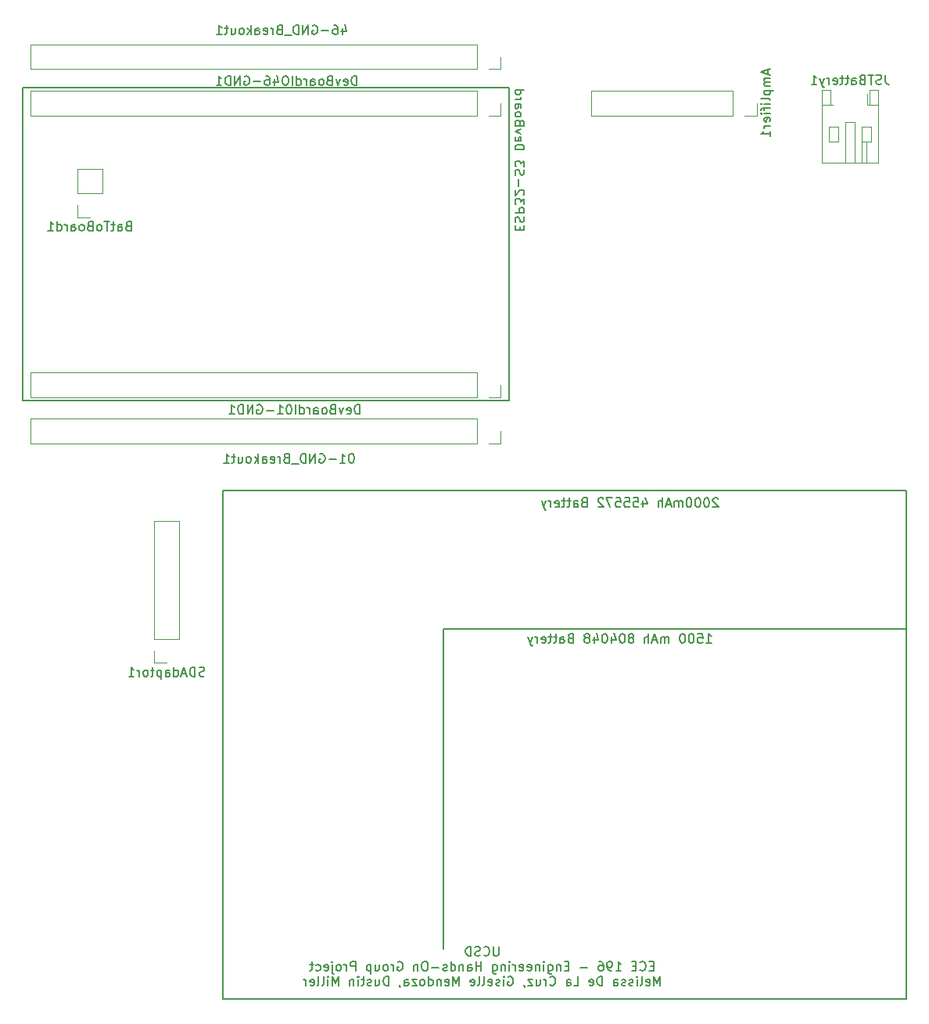
<source format=gbr>
%TF.GenerationSoftware,KiCad,Pcbnew,8.0.6*%
%TF.CreationDate,2024-11-05T07:22:12-08:00*%
%TF.ProjectId,Final_Project_PCB,46696e61-6c5f-4507-926f-6a6563745f50,1.0*%
%TF.SameCoordinates,Original*%
%TF.FileFunction,Legend,Bot*%
%TF.FilePolarity,Positive*%
%FSLAX46Y46*%
G04 Gerber Fmt 4.6, Leading zero omitted, Abs format (unit mm)*
G04 Created by KiCad (PCBNEW 8.0.6) date 2024-11-05 07:22:12*
%MOMM*%
%LPD*%
G01*
G04 APERTURE LIST*
%ADD10C,0.150000*%
%ADD11C,0.120000*%
G04 APERTURE END LIST*
D10*
X156000000Y-118700000D02*
X156000000Y-153300000D01*
X206000000Y-118700000D02*
X156000000Y-118700000D01*
X110445800Y-60045500D02*
X163100000Y-60045500D01*
X163100000Y-93954500D01*
X110445800Y-93954500D01*
X110445800Y-60045500D01*
X132100000Y-103700000D02*
X206100000Y-103700000D01*
X206100000Y-158700000D01*
X132100000Y-158700000D01*
X132100000Y-103700000D01*
X164253990Y-75463220D02*
X164253990Y-75129887D01*
X163730180Y-74987030D02*
X163730180Y-75463220D01*
X163730180Y-75463220D02*
X164730180Y-75463220D01*
X164730180Y-75463220D02*
X164730180Y-74987030D01*
X163777800Y-74606077D02*
X163730180Y-74463220D01*
X163730180Y-74463220D02*
X163730180Y-74225125D01*
X163730180Y-74225125D02*
X163777800Y-74129887D01*
X163777800Y-74129887D02*
X163825419Y-74082268D01*
X163825419Y-74082268D02*
X163920657Y-74034649D01*
X163920657Y-74034649D02*
X164015895Y-74034649D01*
X164015895Y-74034649D02*
X164111133Y-74082268D01*
X164111133Y-74082268D02*
X164158752Y-74129887D01*
X164158752Y-74129887D02*
X164206371Y-74225125D01*
X164206371Y-74225125D02*
X164253990Y-74415601D01*
X164253990Y-74415601D02*
X164301609Y-74510839D01*
X164301609Y-74510839D02*
X164349228Y-74558458D01*
X164349228Y-74558458D02*
X164444466Y-74606077D01*
X164444466Y-74606077D02*
X164539704Y-74606077D01*
X164539704Y-74606077D02*
X164634942Y-74558458D01*
X164634942Y-74558458D02*
X164682561Y-74510839D01*
X164682561Y-74510839D02*
X164730180Y-74415601D01*
X164730180Y-74415601D02*
X164730180Y-74177506D01*
X164730180Y-74177506D02*
X164682561Y-74034649D01*
X163730180Y-73606077D02*
X164730180Y-73606077D01*
X164730180Y-73606077D02*
X164730180Y-73225125D01*
X164730180Y-73225125D02*
X164682561Y-73129887D01*
X164682561Y-73129887D02*
X164634942Y-73082268D01*
X164634942Y-73082268D02*
X164539704Y-73034649D01*
X164539704Y-73034649D02*
X164396847Y-73034649D01*
X164396847Y-73034649D02*
X164301609Y-73082268D01*
X164301609Y-73082268D02*
X164253990Y-73129887D01*
X164253990Y-73129887D02*
X164206371Y-73225125D01*
X164206371Y-73225125D02*
X164206371Y-73606077D01*
X164730180Y-72701315D02*
X164730180Y-72082268D01*
X164730180Y-72082268D02*
X164349228Y-72415601D01*
X164349228Y-72415601D02*
X164349228Y-72272744D01*
X164349228Y-72272744D02*
X164301609Y-72177506D01*
X164301609Y-72177506D02*
X164253990Y-72129887D01*
X164253990Y-72129887D02*
X164158752Y-72082268D01*
X164158752Y-72082268D02*
X163920657Y-72082268D01*
X163920657Y-72082268D02*
X163825419Y-72129887D01*
X163825419Y-72129887D02*
X163777800Y-72177506D01*
X163777800Y-72177506D02*
X163730180Y-72272744D01*
X163730180Y-72272744D02*
X163730180Y-72558458D01*
X163730180Y-72558458D02*
X163777800Y-72653696D01*
X163777800Y-72653696D02*
X163825419Y-72701315D01*
X164634942Y-71701315D02*
X164682561Y-71653696D01*
X164682561Y-71653696D02*
X164730180Y-71558458D01*
X164730180Y-71558458D02*
X164730180Y-71320363D01*
X164730180Y-71320363D02*
X164682561Y-71225125D01*
X164682561Y-71225125D02*
X164634942Y-71177506D01*
X164634942Y-71177506D02*
X164539704Y-71129887D01*
X164539704Y-71129887D02*
X164444466Y-71129887D01*
X164444466Y-71129887D02*
X164301609Y-71177506D01*
X164301609Y-71177506D02*
X163730180Y-71748934D01*
X163730180Y-71748934D02*
X163730180Y-71129887D01*
X164111133Y-70701315D02*
X164111133Y-69939411D01*
X163777800Y-69510839D02*
X163730180Y-69367982D01*
X163730180Y-69367982D02*
X163730180Y-69129887D01*
X163730180Y-69129887D02*
X163777800Y-69034649D01*
X163777800Y-69034649D02*
X163825419Y-68987030D01*
X163825419Y-68987030D02*
X163920657Y-68939411D01*
X163920657Y-68939411D02*
X164015895Y-68939411D01*
X164015895Y-68939411D02*
X164111133Y-68987030D01*
X164111133Y-68987030D02*
X164158752Y-69034649D01*
X164158752Y-69034649D02*
X164206371Y-69129887D01*
X164206371Y-69129887D02*
X164253990Y-69320363D01*
X164253990Y-69320363D02*
X164301609Y-69415601D01*
X164301609Y-69415601D02*
X164349228Y-69463220D01*
X164349228Y-69463220D02*
X164444466Y-69510839D01*
X164444466Y-69510839D02*
X164539704Y-69510839D01*
X164539704Y-69510839D02*
X164634942Y-69463220D01*
X164634942Y-69463220D02*
X164682561Y-69415601D01*
X164682561Y-69415601D02*
X164730180Y-69320363D01*
X164730180Y-69320363D02*
X164730180Y-69082268D01*
X164730180Y-69082268D02*
X164682561Y-68939411D01*
X164730180Y-68606077D02*
X164730180Y-67987030D01*
X164730180Y-67987030D02*
X164349228Y-68320363D01*
X164349228Y-68320363D02*
X164349228Y-68177506D01*
X164349228Y-68177506D02*
X164301609Y-68082268D01*
X164301609Y-68082268D02*
X164253990Y-68034649D01*
X164253990Y-68034649D02*
X164158752Y-67987030D01*
X164158752Y-67987030D02*
X163920657Y-67987030D01*
X163920657Y-67987030D02*
X163825419Y-68034649D01*
X163825419Y-68034649D02*
X163777800Y-68082268D01*
X163777800Y-68082268D02*
X163730180Y-68177506D01*
X163730180Y-68177506D02*
X163730180Y-68463220D01*
X163730180Y-68463220D02*
X163777800Y-68558458D01*
X163777800Y-68558458D02*
X163825419Y-68606077D01*
X163730180Y-66796553D02*
X164730180Y-66796553D01*
X164730180Y-66796553D02*
X164730180Y-66558458D01*
X164730180Y-66558458D02*
X164682561Y-66415601D01*
X164682561Y-66415601D02*
X164587323Y-66320363D01*
X164587323Y-66320363D02*
X164492085Y-66272744D01*
X164492085Y-66272744D02*
X164301609Y-66225125D01*
X164301609Y-66225125D02*
X164158752Y-66225125D01*
X164158752Y-66225125D02*
X163968276Y-66272744D01*
X163968276Y-66272744D02*
X163873038Y-66320363D01*
X163873038Y-66320363D02*
X163777800Y-66415601D01*
X163777800Y-66415601D02*
X163730180Y-66558458D01*
X163730180Y-66558458D02*
X163730180Y-66796553D01*
X163777800Y-65415601D02*
X163730180Y-65510839D01*
X163730180Y-65510839D02*
X163730180Y-65701315D01*
X163730180Y-65701315D02*
X163777800Y-65796553D01*
X163777800Y-65796553D02*
X163873038Y-65844172D01*
X163873038Y-65844172D02*
X164253990Y-65844172D01*
X164253990Y-65844172D02*
X164349228Y-65796553D01*
X164349228Y-65796553D02*
X164396847Y-65701315D01*
X164396847Y-65701315D02*
X164396847Y-65510839D01*
X164396847Y-65510839D02*
X164349228Y-65415601D01*
X164349228Y-65415601D02*
X164253990Y-65367982D01*
X164253990Y-65367982D02*
X164158752Y-65367982D01*
X164158752Y-65367982D02*
X164063514Y-65844172D01*
X164396847Y-65034648D02*
X163730180Y-64796553D01*
X163730180Y-64796553D02*
X164396847Y-64558458D01*
X164253990Y-63844172D02*
X164206371Y-63701315D01*
X164206371Y-63701315D02*
X164158752Y-63653696D01*
X164158752Y-63653696D02*
X164063514Y-63606077D01*
X164063514Y-63606077D02*
X163920657Y-63606077D01*
X163920657Y-63606077D02*
X163825419Y-63653696D01*
X163825419Y-63653696D02*
X163777800Y-63701315D01*
X163777800Y-63701315D02*
X163730180Y-63796553D01*
X163730180Y-63796553D02*
X163730180Y-64177505D01*
X163730180Y-64177505D02*
X164730180Y-64177505D01*
X164730180Y-64177505D02*
X164730180Y-63844172D01*
X164730180Y-63844172D02*
X164682561Y-63748934D01*
X164682561Y-63748934D02*
X164634942Y-63701315D01*
X164634942Y-63701315D02*
X164539704Y-63653696D01*
X164539704Y-63653696D02*
X164444466Y-63653696D01*
X164444466Y-63653696D02*
X164349228Y-63701315D01*
X164349228Y-63701315D02*
X164301609Y-63748934D01*
X164301609Y-63748934D02*
X164253990Y-63844172D01*
X164253990Y-63844172D02*
X164253990Y-64177505D01*
X163730180Y-63034648D02*
X163777800Y-63129886D01*
X163777800Y-63129886D02*
X163825419Y-63177505D01*
X163825419Y-63177505D02*
X163920657Y-63225124D01*
X163920657Y-63225124D02*
X164206371Y-63225124D01*
X164206371Y-63225124D02*
X164301609Y-63177505D01*
X164301609Y-63177505D02*
X164349228Y-63129886D01*
X164349228Y-63129886D02*
X164396847Y-63034648D01*
X164396847Y-63034648D02*
X164396847Y-62891791D01*
X164396847Y-62891791D02*
X164349228Y-62796553D01*
X164349228Y-62796553D02*
X164301609Y-62748934D01*
X164301609Y-62748934D02*
X164206371Y-62701315D01*
X164206371Y-62701315D02*
X163920657Y-62701315D01*
X163920657Y-62701315D02*
X163825419Y-62748934D01*
X163825419Y-62748934D02*
X163777800Y-62796553D01*
X163777800Y-62796553D02*
X163730180Y-62891791D01*
X163730180Y-62891791D02*
X163730180Y-63034648D01*
X163730180Y-61844172D02*
X164253990Y-61844172D01*
X164253990Y-61844172D02*
X164349228Y-61891791D01*
X164349228Y-61891791D02*
X164396847Y-61987029D01*
X164396847Y-61987029D02*
X164396847Y-62177505D01*
X164396847Y-62177505D02*
X164349228Y-62272743D01*
X163777800Y-61844172D02*
X163730180Y-61939410D01*
X163730180Y-61939410D02*
X163730180Y-62177505D01*
X163730180Y-62177505D02*
X163777800Y-62272743D01*
X163777800Y-62272743D02*
X163873038Y-62320362D01*
X163873038Y-62320362D02*
X163968276Y-62320362D01*
X163968276Y-62320362D02*
X164063514Y-62272743D01*
X164063514Y-62272743D02*
X164111133Y-62177505D01*
X164111133Y-62177505D02*
X164111133Y-61939410D01*
X164111133Y-61939410D02*
X164158752Y-61844172D01*
X163730180Y-61367981D02*
X164396847Y-61367981D01*
X164206371Y-61367981D02*
X164301609Y-61320362D01*
X164301609Y-61320362D02*
X164349228Y-61272743D01*
X164349228Y-61272743D02*
X164396847Y-61177505D01*
X164396847Y-61177505D02*
X164396847Y-61082267D01*
X163730180Y-60320362D02*
X164730180Y-60320362D01*
X163777800Y-60320362D02*
X163730180Y-60415600D01*
X163730180Y-60415600D02*
X163730180Y-60606076D01*
X163730180Y-60606076D02*
X163777800Y-60701314D01*
X163777800Y-60701314D02*
X163825419Y-60748933D01*
X163825419Y-60748933D02*
X163920657Y-60796552D01*
X163920657Y-60796552D02*
X164206371Y-60796552D01*
X164206371Y-60796552D02*
X164301609Y-60748933D01*
X164301609Y-60748933D02*
X164349228Y-60701314D01*
X164349228Y-60701314D02*
X164396847Y-60606076D01*
X164396847Y-60606076D02*
X164396847Y-60415600D01*
X164396847Y-60415600D02*
X164349228Y-60320362D01*
X185710839Y-104565057D02*
X185663220Y-104517438D01*
X185663220Y-104517438D02*
X185567982Y-104469819D01*
X185567982Y-104469819D02*
X185329887Y-104469819D01*
X185329887Y-104469819D02*
X185234649Y-104517438D01*
X185234649Y-104517438D02*
X185187030Y-104565057D01*
X185187030Y-104565057D02*
X185139411Y-104660295D01*
X185139411Y-104660295D02*
X185139411Y-104755533D01*
X185139411Y-104755533D02*
X185187030Y-104898390D01*
X185187030Y-104898390D02*
X185758458Y-105469819D01*
X185758458Y-105469819D02*
X185139411Y-105469819D01*
X184520363Y-104469819D02*
X184425125Y-104469819D01*
X184425125Y-104469819D02*
X184329887Y-104517438D01*
X184329887Y-104517438D02*
X184282268Y-104565057D01*
X184282268Y-104565057D02*
X184234649Y-104660295D01*
X184234649Y-104660295D02*
X184187030Y-104850771D01*
X184187030Y-104850771D02*
X184187030Y-105088866D01*
X184187030Y-105088866D02*
X184234649Y-105279342D01*
X184234649Y-105279342D02*
X184282268Y-105374580D01*
X184282268Y-105374580D02*
X184329887Y-105422200D01*
X184329887Y-105422200D02*
X184425125Y-105469819D01*
X184425125Y-105469819D02*
X184520363Y-105469819D01*
X184520363Y-105469819D02*
X184615601Y-105422200D01*
X184615601Y-105422200D02*
X184663220Y-105374580D01*
X184663220Y-105374580D02*
X184710839Y-105279342D01*
X184710839Y-105279342D02*
X184758458Y-105088866D01*
X184758458Y-105088866D02*
X184758458Y-104850771D01*
X184758458Y-104850771D02*
X184710839Y-104660295D01*
X184710839Y-104660295D02*
X184663220Y-104565057D01*
X184663220Y-104565057D02*
X184615601Y-104517438D01*
X184615601Y-104517438D02*
X184520363Y-104469819D01*
X183567982Y-104469819D02*
X183472744Y-104469819D01*
X183472744Y-104469819D02*
X183377506Y-104517438D01*
X183377506Y-104517438D02*
X183329887Y-104565057D01*
X183329887Y-104565057D02*
X183282268Y-104660295D01*
X183282268Y-104660295D02*
X183234649Y-104850771D01*
X183234649Y-104850771D02*
X183234649Y-105088866D01*
X183234649Y-105088866D02*
X183282268Y-105279342D01*
X183282268Y-105279342D02*
X183329887Y-105374580D01*
X183329887Y-105374580D02*
X183377506Y-105422200D01*
X183377506Y-105422200D02*
X183472744Y-105469819D01*
X183472744Y-105469819D02*
X183567982Y-105469819D01*
X183567982Y-105469819D02*
X183663220Y-105422200D01*
X183663220Y-105422200D02*
X183710839Y-105374580D01*
X183710839Y-105374580D02*
X183758458Y-105279342D01*
X183758458Y-105279342D02*
X183806077Y-105088866D01*
X183806077Y-105088866D02*
X183806077Y-104850771D01*
X183806077Y-104850771D02*
X183758458Y-104660295D01*
X183758458Y-104660295D02*
X183710839Y-104565057D01*
X183710839Y-104565057D02*
X183663220Y-104517438D01*
X183663220Y-104517438D02*
X183567982Y-104469819D01*
X182615601Y-104469819D02*
X182520363Y-104469819D01*
X182520363Y-104469819D02*
X182425125Y-104517438D01*
X182425125Y-104517438D02*
X182377506Y-104565057D01*
X182377506Y-104565057D02*
X182329887Y-104660295D01*
X182329887Y-104660295D02*
X182282268Y-104850771D01*
X182282268Y-104850771D02*
X182282268Y-105088866D01*
X182282268Y-105088866D02*
X182329887Y-105279342D01*
X182329887Y-105279342D02*
X182377506Y-105374580D01*
X182377506Y-105374580D02*
X182425125Y-105422200D01*
X182425125Y-105422200D02*
X182520363Y-105469819D01*
X182520363Y-105469819D02*
X182615601Y-105469819D01*
X182615601Y-105469819D02*
X182710839Y-105422200D01*
X182710839Y-105422200D02*
X182758458Y-105374580D01*
X182758458Y-105374580D02*
X182806077Y-105279342D01*
X182806077Y-105279342D02*
X182853696Y-105088866D01*
X182853696Y-105088866D02*
X182853696Y-104850771D01*
X182853696Y-104850771D02*
X182806077Y-104660295D01*
X182806077Y-104660295D02*
X182758458Y-104565057D01*
X182758458Y-104565057D02*
X182710839Y-104517438D01*
X182710839Y-104517438D02*
X182615601Y-104469819D01*
X181853696Y-105469819D02*
X181853696Y-104803152D01*
X181853696Y-104898390D02*
X181806077Y-104850771D01*
X181806077Y-104850771D02*
X181710839Y-104803152D01*
X181710839Y-104803152D02*
X181567982Y-104803152D01*
X181567982Y-104803152D02*
X181472744Y-104850771D01*
X181472744Y-104850771D02*
X181425125Y-104946009D01*
X181425125Y-104946009D02*
X181425125Y-105469819D01*
X181425125Y-104946009D02*
X181377506Y-104850771D01*
X181377506Y-104850771D02*
X181282268Y-104803152D01*
X181282268Y-104803152D02*
X181139411Y-104803152D01*
X181139411Y-104803152D02*
X181044172Y-104850771D01*
X181044172Y-104850771D02*
X180996553Y-104946009D01*
X180996553Y-104946009D02*
X180996553Y-105469819D01*
X180567982Y-105184104D02*
X180091792Y-105184104D01*
X180663220Y-105469819D02*
X180329887Y-104469819D01*
X180329887Y-104469819D02*
X179996554Y-105469819D01*
X179663220Y-105469819D02*
X179663220Y-104469819D01*
X179234649Y-105469819D02*
X179234649Y-104946009D01*
X179234649Y-104946009D02*
X179282268Y-104850771D01*
X179282268Y-104850771D02*
X179377506Y-104803152D01*
X179377506Y-104803152D02*
X179520363Y-104803152D01*
X179520363Y-104803152D02*
X179615601Y-104850771D01*
X179615601Y-104850771D02*
X179663220Y-104898390D01*
X177567982Y-104803152D02*
X177567982Y-105469819D01*
X177806077Y-104422200D02*
X178044172Y-105136485D01*
X178044172Y-105136485D02*
X177425125Y-105136485D01*
X176567982Y-104469819D02*
X177044172Y-104469819D01*
X177044172Y-104469819D02*
X177091791Y-104946009D01*
X177091791Y-104946009D02*
X177044172Y-104898390D01*
X177044172Y-104898390D02*
X176948934Y-104850771D01*
X176948934Y-104850771D02*
X176710839Y-104850771D01*
X176710839Y-104850771D02*
X176615601Y-104898390D01*
X176615601Y-104898390D02*
X176567982Y-104946009D01*
X176567982Y-104946009D02*
X176520363Y-105041247D01*
X176520363Y-105041247D02*
X176520363Y-105279342D01*
X176520363Y-105279342D02*
X176567982Y-105374580D01*
X176567982Y-105374580D02*
X176615601Y-105422200D01*
X176615601Y-105422200D02*
X176710839Y-105469819D01*
X176710839Y-105469819D02*
X176948934Y-105469819D01*
X176948934Y-105469819D02*
X177044172Y-105422200D01*
X177044172Y-105422200D02*
X177091791Y-105374580D01*
X175615601Y-104469819D02*
X176091791Y-104469819D01*
X176091791Y-104469819D02*
X176139410Y-104946009D01*
X176139410Y-104946009D02*
X176091791Y-104898390D01*
X176091791Y-104898390D02*
X175996553Y-104850771D01*
X175996553Y-104850771D02*
X175758458Y-104850771D01*
X175758458Y-104850771D02*
X175663220Y-104898390D01*
X175663220Y-104898390D02*
X175615601Y-104946009D01*
X175615601Y-104946009D02*
X175567982Y-105041247D01*
X175567982Y-105041247D02*
X175567982Y-105279342D01*
X175567982Y-105279342D02*
X175615601Y-105374580D01*
X175615601Y-105374580D02*
X175663220Y-105422200D01*
X175663220Y-105422200D02*
X175758458Y-105469819D01*
X175758458Y-105469819D02*
X175996553Y-105469819D01*
X175996553Y-105469819D02*
X176091791Y-105422200D01*
X176091791Y-105422200D02*
X176139410Y-105374580D01*
X174663220Y-104469819D02*
X175139410Y-104469819D01*
X175139410Y-104469819D02*
X175187029Y-104946009D01*
X175187029Y-104946009D02*
X175139410Y-104898390D01*
X175139410Y-104898390D02*
X175044172Y-104850771D01*
X175044172Y-104850771D02*
X174806077Y-104850771D01*
X174806077Y-104850771D02*
X174710839Y-104898390D01*
X174710839Y-104898390D02*
X174663220Y-104946009D01*
X174663220Y-104946009D02*
X174615601Y-105041247D01*
X174615601Y-105041247D02*
X174615601Y-105279342D01*
X174615601Y-105279342D02*
X174663220Y-105374580D01*
X174663220Y-105374580D02*
X174710839Y-105422200D01*
X174710839Y-105422200D02*
X174806077Y-105469819D01*
X174806077Y-105469819D02*
X175044172Y-105469819D01*
X175044172Y-105469819D02*
X175139410Y-105422200D01*
X175139410Y-105422200D02*
X175187029Y-105374580D01*
X174282267Y-104469819D02*
X173615601Y-104469819D01*
X173615601Y-104469819D02*
X174044172Y-105469819D01*
X173282267Y-104565057D02*
X173234648Y-104517438D01*
X173234648Y-104517438D02*
X173139410Y-104469819D01*
X173139410Y-104469819D02*
X172901315Y-104469819D01*
X172901315Y-104469819D02*
X172806077Y-104517438D01*
X172806077Y-104517438D02*
X172758458Y-104565057D01*
X172758458Y-104565057D02*
X172710839Y-104660295D01*
X172710839Y-104660295D02*
X172710839Y-104755533D01*
X172710839Y-104755533D02*
X172758458Y-104898390D01*
X172758458Y-104898390D02*
X173329886Y-105469819D01*
X173329886Y-105469819D02*
X172710839Y-105469819D01*
X171187029Y-104946009D02*
X171044172Y-104993628D01*
X171044172Y-104993628D02*
X170996553Y-105041247D01*
X170996553Y-105041247D02*
X170948934Y-105136485D01*
X170948934Y-105136485D02*
X170948934Y-105279342D01*
X170948934Y-105279342D02*
X170996553Y-105374580D01*
X170996553Y-105374580D02*
X171044172Y-105422200D01*
X171044172Y-105422200D02*
X171139410Y-105469819D01*
X171139410Y-105469819D02*
X171520362Y-105469819D01*
X171520362Y-105469819D02*
X171520362Y-104469819D01*
X171520362Y-104469819D02*
X171187029Y-104469819D01*
X171187029Y-104469819D02*
X171091791Y-104517438D01*
X171091791Y-104517438D02*
X171044172Y-104565057D01*
X171044172Y-104565057D02*
X170996553Y-104660295D01*
X170996553Y-104660295D02*
X170996553Y-104755533D01*
X170996553Y-104755533D02*
X171044172Y-104850771D01*
X171044172Y-104850771D02*
X171091791Y-104898390D01*
X171091791Y-104898390D02*
X171187029Y-104946009D01*
X171187029Y-104946009D02*
X171520362Y-104946009D01*
X170091791Y-105469819D02*
X170091791Y-104946009D01*
X170091791Y-104946009D02*
X170139410Y-104850771D01*
X170139410Y-104850771D02*
X170234648Y-104803152D01*
X170234648Y-104803152D02*
X170425124Y-104803152D01*
X170425124Y-104803152D02*
X170520362Y-104850771D01*
X170091791Y-105422200D02*
X170187029Y-105469819D01*
X170187029Y-105469819D02*
X170425124Y-105469819D01*
X170425124Y-105469819D02*
X170520362Y-105422200D01*
X170520362Y-105422200D02*
X170567981Y-105326961D01*
X170567981Y-105326961D02*
X170567981Y-105231723D01*
X170567981Y-105231723D02*
X170520362Y-105136485D01*
X170520362Y-105136485D02*
X170425124Y-105088866D01*
X170425124Y-105088866D02*
X170187029Y-105088866D01*
X170187029Y-105088866D02*
X170091791Y-105041247D01*
X169758457Y-104803152D02*
X169377505Y-104803152D01*
X169615600Y-104469819D02*
X169615600Y-105326961D01*
X169615600Y-105326961D02*
X169567981Y-105422200D01*
X169567981Y-105422200D02*
X169472743Y-105469819D01*
X169472743Y-105469819D02*
X169377505Y-105469819D01*
X169187028Y-104803152D02*
X168806076Y-104803152D01*
X169044171Y-104469819D02*
X169044171Y-105326961D01*
X169044171Y-105326961D02*
X168996552Y-105422200D01*
X168996552Y-105422200D02*
X168901314Y-105469819D01*
X168901314Y-105469819D02*
X168806076Y-105469819D01*
X168091790Y-105422200D02*
X168187028Y-105469819D01*
X168187028Y-105469819D02*
X168377504Y-105469819D01*
X168377504Y-105469819D02*
X168472742Y-105422200D01*
X168472742Y-105422200D02*
X168520361Y-105326961D01*
X168520361Y-105326961D02*
X168520361Y-104946009D01*
X168520361Y-104946009D02*
X168472742Y-104850771D01*
X168472742Y-104850771D02*
X168377504Y-104803152D01*
X168377504Y-104803152D02*
X168187028Y-104803152D01*
X168187028Y-104803152D02*
X168091790Y-104850771D01*
X168091790Y-104850771D02*
X168044171Y-104946009D01*
X168044171Y-104946009D02*
X168044171Y-105041247D01*
X168044171Y-105041247D02*
X168520361Y-105136485D01*
X167615599Y-105469819D02*
X167615599Y-104803152D01*
X167615599Y-104993628D02*
X167567980Y-104898390D01*
X167567980Y-104898390D02*
X167520361Y-104850771D01*
X167520361Y-104850771D02*
X167425123Y-104803152D01*
X167425123Y-104803152D02*
X167329885Y-104803152D01*
X167091789Y-104803152D02*
X166853694Y-105469819D01*
X166615599Y-104803152D02*
X166853694Y-105469819D01*
X166853694Y-105469819D02*
X166948932Y-105707914D01*
X166948932Y-105707914D02*
X166996551Y-105755533D01*
X166996551Y-105755533D02*
X167091789Y-105803152D01*
X184439411Y-120169819D02*
X185010839Y-120169819D01*
X184725125Y-120169819D02*
X184725125Y-119169819D01*
X184725125Y-119169819D02*
X184820363Y-119312676D01*
X184820363Y-119312676D02*
X184915601Y-119407914D01*
X184915601Y-119407914D02*
X185010839Y-119455533D01*
X183534649Y-119169819D02*
X184010839Y-119169819D01*
X184010839Y-119169819D02*
X184058458Y-119646009D01*
X184058458Y-119646009D02*
X184010839Y-119598390D01*
X184010839Y-119598390D02*
X183915601Y-119550771D01*
X183915601Y-119550771D02*
X183677506Y-119550771D01*
X183677506Y-119550771D02*
X183582268Y-119598390D01*
X183582268Y-119598390D02*
X183534649Y-119646009D01*
X183534649Y-119646009D02*
X183487030Y-119741247D01*
X183487030Y-119741247D02*
X183487030Y-119979342D01*
X183487030Y-119979342D02*
X183534649Y-120074580D01*
X183534649Y-120074580D02*
X183582268Y-120122200D01*
X183582268Y-120122200D02*
X183677506Y-120169819D01*
X183677506Y-120169819D02*
X183915601Y-120169819D01*
X183915601Y-120169819D02*
X184010839Y-120122200D01*
X184010839Y-120122200D02*
X184058458Y-120074580D01*
X182867982Y-119169819D02*
X182772744Y-119169819D01*
X182772744Y-119169819D02*
X182677506Y-119217438D01*
X182677506Y-119217438D02*
X182629887Y-119265057D01*
X182629887Y-119265057D02*
X182582268Y-119360295D01*
X182582268Y-119360295D02*
X182534649Y-119550771D01*
X182534649Y-119550771D02*
X182534649Y-119788866D01*
X182534649Y-119788866D02*
X182582268Y-119979342D01*
X182582268Y-119979342D02*
X182629887Y-120074580D01*
X182629887Y-120074580D02*
X182677506Y-120122200D01*
X182677506Y-120122200D02*
X182772744Y-120169819D01*
X182772744Y-120169819D02*
X182867982Y-120169819D01*
X182867982Y-120169819D02*
X182963220Y-120122200D01*
X182963220Y-120122200D02*
X183010839Y-120074580D01*
X183010839Y-120074580D02*
X183058458Y-119979342D01*
X183058458Y-119979342D02*
X183106077Y-119788866D01*
X183106077Y-119788866D02*
X183106077Y-119550771D01*
X183106077Y-119550771D02*
X183058458Y-119360295D01*
X183058458Y-119360295D02*
X183010839Y-119265057D01*
X183010839Y-119265057D02*
X182963220Y-119217438D01*
X182963220Y-119217438D02*
X182867982Y-119169819D01*
X181915601Y-119169819D02*
X181820363Y-119169819D01*
X181820363Y-119169819D02*
X181725125Y-119217438D01*
X181725125Y-119217438D02*
X181677506Y-119265057D01*
X181677506Y-119265057D02*
X181629887Y-119360295D01*
X181629887Y-119360295D02*
X181582268Y-119550771D01*
X181582268Y-119550771D02*
X181582268Y-119788866D01*
X181582268Y-119788866D02*
X181629887Y-119979342D01*
X181629887Y-119979342D02*
X181677506Y-120074580D01*
X181677506Y-120074580D02*
X181725125Y-120122200D01*
X181725125Y-120122200D02*
X181820363Y-120169819D01*
X181820363Y-120169819D02*
X181915601Y-120169819D01*
X181915601Y-120169819D02*
X182010839Y-120122200D01*
X182010839Y-120122200D02*
X182058458Y-120074580D01*
X182058458Y-120074580D02*
X182106077Y-119979342D01*
X182106077Y-119979342D02*
X182153696Y-119788866D01*
X182153696Y-119788866D02*
X182153696Y-119550771D01*
X182153696Y-119550771D02*
X182106077Y-119360295D01*
X182106077Y-119360295D02*
X182058458Y-119265057D01*
X182058458Y-119265057D02*
X182010839Y-119217438D01*
X182010839Y-119217438D02*
X181915601Y-119169819D01*
X180391791Y-120169819D02*
X180391791Y-119503152D01*
X180391791Y-119598390D02*
X180344172Y-119550771D01*
X180344172Y-119550771D02*
X180248934Y-119503152D01*
X180248934Y-119503152D02*
X180106077Y-119503152D01*
X180106077Y-119503152D02*
X180010839Y-119550771D01*
X180010839Y-119550771D02*
X179963220Y-119646009D01*
X179963220Y-119646009D02*
X179963220Y-120169819D01*
X179963220Y-119646009D02*
X179915601Y-119550771D01*
X179915601Y-119550771D02*
X179820363Y-119503152D01*
X179820363Y-119503152D02*
X179677506Y-119503152D01*
X179677506Y-119503152D02*
X179582267Y-119550771D01*
X179582267Y-119550771D02*
X179534648Y-119646009D01*
X179534648Y-119646009D02*
X179534648Y-120169819D01*
X179106077Y-119884104D02*
X178629887Y-119884104D01*
X179201315Y-120169819D02*
X178867982Y-119169819D01*
X178867982Y-119169819D02*
X178534649Y-120169819D01*
X178201315Y-120169819D02*
X178201315Y-119169819D01*
X177772744Y-120169819D02*
X177772744Y-119646009D01*
X177772744Y-119646009D02*
X177820363Y-119550771D01*
X177820363Y-119550771D02*
X177915601Y-119503152D01*
X177915601Y-119503152D02*
X178058458Y-119503152D01*
X178058458Y-119503152D02*
X178153696Y-119550771D01*
X178153696Y-119550771D02*
X178201315Y-119598390D01*
X176391791Y-119598390D02*
X176487029Y-119550771D01*
X176487029Y-119550771D02*
X176534648Y-119503152D01*
X176534648Y-119503152D02*
X176582267Y-119407914D01*
X176582267Y-119407914D02*
X176582267Y-119360295D01*
X176582267Y-119360295D02*
X176534648Y-119265057D01*
X176534648Y-119265057D02*
X176487029Y-119217438D01*
X176487029Y-119217438D02*
X176391791Y-119169819D01*
X176391791Y-119169819D02*
X176201315Y-119169819D01*
X176201315Y-119169819D02*
X176106077Y-119217438D01*
X176106077Y-119217438D02*
X176058458Y-119265057D01*
X176058458Y-119265057D02*
X176010839Y-119360295D01*
X176010839Y-119360295D02*
X176010839Y-119407914D01*
X176010839Y-119407914D02*
X176058458Y-119503152D01*
X176058458Y-119503152D02*
X176106077Y-119550771D01*
X176106077Y-119550771D02*
X176201315Y-119598390D01*
X176201315Y-119598390D02*
X176391791Y-119598390D01*
X176391791Y-119598390D02*
X176487029Y-119646009D01*
X176487029Y-119646009D02*
X176534648Y-119693628D01*
X176534648Y-119693628D02*
X176582267Y-119788866D01*
X176582267Y-119788866D02*
X176582267Y-119979342D01*
X176582267Y-119979342D02*
X176534648Y-120074580D01*
X176534648Y-120074580D02*
X176487029Y-120122200D01*
X176487029Y-120122200D02*
X176391791Y-120169819D01*
X176391791Y-120169819D02*
X176201315Y-120169819D01*
X176201315Y-120169819D02*
X176106077Y-120122200D01*
X176106077Y-120122200D02*
X176058458Y-120074580D01*
X176058458Y-120074580D02*
X176010839Y-119979342D01*
X176010839Y-119979342D02*
X176010839Y-119788866D01*
X176010839Y-119788866D02*
X176058458Y-119693628D01*
X176058458Y-119693628D02*
X176106077Y-119646009D01*
X176106077Y-119646009D02*
X176201315Y-119598390D01*
X175391791Y-119169819D02*
X175296553Y-119169819D01*
X175296553Y-119169819D02*
X175201315Y-119217438D01*
X175201315Y-119217438D02*
X175153696Y-119265057D01*
X175153696Y-119265057D02*
X175106077Y-119360295D01*
X175106077Y-119360295D02*
X175058458Y-119550771D01*
X175058458Y-119550771D02*
X175058458Y-119788866D01*
X175058458Y-119788866D02*
X175106077Y-119979342D01*
X175106077Y-119979342D02*
X175153696Y-120074580D01*
X175153696Y-120074580D02*
X175201315Y-120122200D01*
X175201315Y-120122200D02*
X175296553Y-120169819D01*
X175296553Y-120169819D02*
X175391791Y-120169819D01*
X175391791Y-120169819D02*
X175487029Y-120122200D01*
X175487029Y-120122200D02*
X175534648Y-120074580D01*
X175534648Y-120074580D02*
X175582267Y-119979342D01*
X175582267Y-119979342D02*
X175629886Y-119788866D01*
X175629886Y-119788866D02*
X175629886Y-119550771D01*
X175629886Y-119550771D02*
X175582267Y-119360295D01*
X175582267Y-119360295D02*
X175534648Y-119265057D01*
X175534648Y-119265057D02*
X175487029Y-119217438D01*
X175487029Y-119217438D02*
X175391791Y-119169819D01*
X174201315Y-119503152D02*
X174201315Y-120169819D01*
X174439410Y-119122200D02*
X174677505Y-119836485D01*
X174677505Y-119836485D02*
X174058458Y-119836485D01*
X173487029Y-119169819D02*
X173391791Y-119169819D01*
X173391791Y-119169819D02*
X173296553Y-119217438D01*
X173296553Y-119217438D02*
X173248934Y-119265057D01*
X173248934Y-119265057D02*
X173201315Y-119360295D01*
X173201315Y-119360295D02*
X173153696Y-119550771D01*
X173153696Y-119550771D02*
X173153696Y-119788866D01*
X173153696Y-119788866D02*
X173201315Y-119979342D01*
X173201315Y-119979342D02*
X173248934Y-120074580D01*
X173248934Y-120074580D02*
X173296553Y-120122200D01*
X173296553Y-120122200D02*
X173391791Y-120169819D01*
X173391791Y-120169819D02*
X173487029Y-120169819D01*
X173487029Y-120169819D02*
X173582267Y-120122200D01*
X173582267Y-120122200D02*
X173629886Y-120074580D01*
X173629886Y-120074580D02*
X173677505Y-119979342D01*
X173677505Y-119979342D02*
X173725124Y-119788866D01*
X173725124Y-119788866D02*
X173725124Y-119550771D01*
X173725124Y-119550771D02*
X173677505Y-119360295D01*
X173677505Y-119360295D02*
X173629886Y-119265057D01*
X173629886Y-119265057D02*
X173582267Y-119217438D01*
X173582267Y-119217438D02*
X173487029Y-119169819D01*
X172296553Y-119503152D02*
X172296553Y-120169819D01*
X172534648Y-119122200D02*
X172772743Y-119836485D01*
X172772743Y-119836485D02*
X172153696Y-119836485D01*
X171629886Y-119598390D02*
X171725124Y-119550771D01*
X171725124Y-119550771D02*
X171772743Y-119503152D01*
X171772743Y-119503152D02*
X171820362Y-119407914D01*
X171820362Y-119407914D02*
X171820362Y-119360295D01*
X171820362Y-119360295D02*
X171772743Y-119265057D01*
X171772743Y-119265057D02*
X171725124Y-119217438D01*
X171725124Y-119217438D02*
X171629886Y-119169819D01*
X171629886Y-119169819D02*
X171439410Y-119169819D01*
X171439410Y-119169819D02*
X171344172Y-119217438D01*
X171344172Y-119217438D02*
X171296553Y-119265057D01*
X171296553Y-119265057D02*
X171248934Y-119360295D01*
X171248934Y-119360295D02*
X171248934Y-119407914D01*
X171248934Y-119407914D02*
X171296553Y-119503152D01*
X171296553Y-119503152D02*
X171344172Y-119550771D01*
X171344172Y-119550771D02*
X171439410Y-119598390D01*
X171439410Y-119598390D02*
X171629886Y-119598390D01*
X171629886Y-119598390D02*
X171725124Y-119646009D01*
X171725124Y-119646009D02*
X171772743Y-119693628D01*
X171772743Y-119693628D02*
X171820362Y-119788866D01*
X171820362Y-119788866D02*
X171820362Y-119979342D01*
X171820362Y-119979342D02*
X171772743Y-120074580D01*
X171772743Y-120074580D02*
X171725124Y-120122200D01*
X171725124Y-120122200D02*
X171629886Y-120169819D01*
X171629886Y-120169819D02*
X171439410Y-120169819D01*
X171439410Y-120169819D02*
X171344172Y-120122200D01*
X171344172Y-120122200D02*
X171296553Y-120074580D01*
X171296553Y-120074580D02*
X171248934Y-119979342D01*
X171248934Y-119979342D02*
X171248934Y-119788866D01*
X171248934Y-119788866D02*
X171296553Y-119693628D01*
X171296553Y-119693628D02*
X171344172Y-119646009D01*
X171344172Y-119646009D02*
X171439410Y-119598390D01*
X169725124Y-119646009D02*
X169582267Y-119693628D01*
X169582267Y-119693628D02*
X169534648Y-119741247D01*
X169534648Y-119741247D02*
X169487029Y-119836485D01*
X169487029Y-119836485D02*
X169487029Y-119979342D01*
X169487029Y-119979342D02*
X169534648Y-120074580D01*
X169534648Y-120074580D02*
X169582267Y-120122200D01*
X169582267Y-120122200D02*
X169677505Y-120169819D01*
X169677505Y-120169819D02*
X170058457Y-120169819D01*
X170058457Y-120169819D02*
X170058457Y-119169819D01*
X170058457Y-119169819D02*
X169725124Y-119169819D01*
X169725124Y-119169819D02*
X169629886Y-119217438D01*
X169629886Y-119217438D02*
X169582267Y-119265057D01*
X169582267Y-119265057D02*
X169534648Y-119360295D01*
X169534648Y-119360295D02*
X169534648Y-119455533D01*
X169534648Y-119455533D02*
X169582267Y-119550771D01*
X169582267Y-119550771D02*
X169629886Y-119598390D01*
X169629886Y-119598390D02*
X169725124Y-119646009D01*
X169725124Y-119646009D02*
X170058457Y-119646009D01*
X168629886Y-120169819D02*
X168629886Y-119646009D01*
X168629886Y-119646009D02*
X168677505Y-119550771D01*
X168677505Y-119550771D02*
X168772743Y-119503152D01*
X168772743Y-119503152D02*
X168963219Y-119503152D01*
X168963219Y-119503152D02*
X169058457Y-119550771D01*
X168629886Y-120122200D02*
X168725124Y-120169819D01*
X168725124Y-120169819D02*
X168963219Y-120169819D01*
X168963219Y-120169819D02*
X169058457Y-120122200D01*
X169058457Y-120122200D02*
X169106076Y-120026961D01*
X169106076Y-120026961D02*
X169106076Y-119931723D01*
X169106076Y-119931723D02*
X169058457Y-119836485D01*
X169058457Y-119836485D02*
X168963219Y-119788866D01*
X168963219Y-119788866D02*
X168725124Y-119788866D01*
X168725124Y-119788866D02*
X168629886Y-119741247D01*
X168296552Y-119503152D02*
X167915600Y-119503152D01*
X168153695Y-119169819D02*
X168153695Y-120026961D01*
X168153695Y-120026961D02*
X168106076Y-120122200D01*
X168106076Y-120122200D02*
X168010838Y-120169819D01*
X168010838Y-120169819D02*
X167915600Y-120169819D01*
X167725123Y-119503152D02*
X167344171Y-119503152D01*
X167582266Y-119169819D02*
X167582266Y-120026961D01*
X167582266Y-120026961D02*
X167534647Y-120122200D01*
X167534647Y-120122200D02*
X167439409Y-120169819D01*
X167439409Y-120169819D02*
X167344171Y-120169819D01*
X166629885Y-120122200D02*
X166725123Y-120169819D01*
X166725123Y-120169819D02*
X166915599Y-120169819D01*
X166915599Y-120169819D02*
X167010837Y-120122200D01*
X167010837Y-120122200D02*
X167058456Y-120026961D01*
X167058456Y-120026961D02*
X167058456Y-119646009D01*
X167058456Y-119646009D02*
X167010837Y-119550771D01*
X167010837Y-119550771D02*
X166915599Y-119503152D01*
X166915599Y-119503152D02*
X166725123Y-119503152D01*
X166725123Y-119503152D02*
X166629885Y-119550771D01*
X166629885Y-119550771D02*
X166582266Y-119646009D01*
X166582266Y-119646009D02*
X166582266Y-119741247D01*
X166582266Y-119741247D02*
X167058456Y-119836485D01*
X166153694Y-120169819D02*
X166153694Y-119503152D01*
X166153694Y-119693628D02*
X166106075Y-119598390D01*
X166106075Y-119598390D02*
X166058456Y-119550771D01*
X166058456Y-119550771D02*
X165963218Y-119503152D01*
X165963218Y-119503152D02*
X165867980Y-119503152D01*
X165629884Y-119503152D02*
X165391789Y-120169819D01*
X165153694Y-119503152D02*
X165391789Y-120169819D01*
X165391789Y-120169819D02*
X165487027Y-120407914D01*
X165487027Y-120407914D02*
X165534646Y-120455533D01*
X165534646Y-120455533D02*
X165629884Y-120503152D01*
X161961904Y-153049931D02*
X161961904Y-153859454D01*
X161961904Y-153859454D02*
X161914285Y-153954692D01*
X161914285Y-153954692D02*
X161866666Y-154002312D01*
X161866666Y-154002312D02*
X161771428Y-154049931D01*
X161771428Y-154049931D02*
X161580952Y-154049931D01*
X161580952Y-154049931D02*
X161485714Y-154002312D01*
X161485714Y-154002312D02*
X161438095Y-153954692D01*
X161438095Y-153954692D02*
X161390476Y-153859454D01*
X161390476Y-153859454D02*
X161390476Y-153049931D01*
X160342857Y-153954692D02*
X160390476Y-154002312D01*
X160390476Y-154002312D02*
X160533333Y-154049931D01*
X160533333Y-154049931D02*
X160628571Y-154049931D01*
X160628571Y-154049931D02*
X160771428Y-154002312D01*
X160771428Y-154002312D02*
X160866666Y-153907073D01*
X160866666Y-153907073D02*
X160914285Y-153811835D01*
X160914285Y-153811835D02*
X160961904Y-153621359D01*
X160961904Y-153621359D02*
X160961904Y-153478502D01*
X160961904Y-153478502D02*
X160914285Y-153288026D01*
X160914285Y-153288026D02*
X160866666Y-153192788D01*
X160866666Y-153192788D02*
X160771428Y-153097550D01*
X160771428Y-153097550D02*
X160628571Y-153049931D01*
X160628571Y-153049931D02*
X160533333Y-153049931D01*
X160533333Y-153049931D02*
X160390476Y-153097550D01*
X160390476Y-153097550D02*
X160342857Y-153145169D01*
X159961904Y-154002312D02*
X159819047Y-154049931D01*
X159819047Y-154049931D02*
X159580952Y-154049931D01*
X159580952Y-154049931D02*
X159485714Y-154002312D01*
X159485714Y-154002312D02*
X159438095Y-153954692D01*
X159438095Y-153954692D02*
X159390476Y-153859454D01*
X159390476Y-153859454D02*
X159390476Y-153764216D01*
X159390476Y-153764216D02*
X159438095Y-153668978D01*
X159438095Y-153668978D02*
X159485714Y-153621359D01*
X159485714Y-153621359D02*
X159580952Y-153573740D01*
X159580952Y-153573740D02*
X159771428Y-153526121D01*
X159771428Y-153526121D02*
X159866666Y-153478502D01*
X159866666Y-153478502D02*
X159914285Y-153430883D01*
X159914285Y-153430883D02*
X159961904Y-153335645D01*
X159961904Y-153335645D02*
X159961904Y-153240407D01*
X159961904Y-153240407D02*
X159914285Y-153145169D01*
X159914285Y-153145169D02*
X159866666Y-153097550D01*
X159866666Y-153097550D02*
X159771428Y-153049931D01*
X159771428Y-153049931D02*
X159533333Y-153049931D01*
X159533333Y-153049931D02*
X159390476Y-153097550D01*
X158961904Y-154049931D02*
X158961904Y-153049931D01*
X158961904Y-153049931D02*
X158723809Y-153049931D01*
X158723809Y-153049931D02*
X158580952Y-153097550D01*
X158580952Y-153097550D02*
X158485714Y-153192788D01*
X158485714Y-153192788D02*
X158438095Y-153288026D01*
X158438095Y-153288026D02*
X158390476Y-153478502D01*
X158390476Y-153478502D02*
X158390476Y-153621359D01*
X158390476Y-153621359D02*
X158438095Y-153811835D01*
X158438095Y-153811835D02*
X158485714Y-153907073D01*
X158485714Y-153907073D02*
X158580952Y-154002312D01*
X158580952Y-154002312D02*
X158723809Y-154049931D01*
X158723809Y-154049931D02*
X158961904Y-154049931D01*
X178747620Y-155136065D02*
X178414287Y-155136065D01*
X178271430Y-155659875D02*
X178747620Y-155659875D01*
X178747620Y-155659875D02*
X178747620Y-154659875D01*
X178747620Y-154659875D02*
X178271430Y-154659875D01*
X177271430Y-155564636D02*
X177319049Y-155612256D01*
X177319049Y-155612256D02*
X177461906Y-155659875D01*
X177461906Y-155659875D02*
X177557144Y-155659875D01*
X177557144Y-155659875D02*
X177700001Y-155612256D01*
X177700001Y-155612256D02*
X177795239Y-155517017D01*
X177795239Y-155517017D02*
X177842858Y-155421779D01*
X177842858Y-155421779D02*
X177890477Y-155231303D01*
X177890477Y-155231303D02*
X177890477Y-155088446D01*
X177890477Y-155088446D02*
X177842858Y-154897970D01*
X177842858Y-154897970D02*
X177795239Y-154802732D01*
X177795239Y-154802732D02*
X177700001Y-154707494D01*
X177700001Y-154707494D02*
X177557144Y-154659875D01*
X177557144Y-154659875D02*
X177461906Y-154659875D01*
X177461906Y-154659875D02*
X177319049Y-154707494D01*
X177319049Y-154707494D02*
X177271430Y-154755113D01*
X176842858Y-155136065D02*
X176509525Y-155136065D01*
X176366668Y-155659875D02*
X176842858Y-155659875D01*
X176842858Y-155659875D02*
X176842858Y-154659875D01*
X176842858Y-154659875D02*
X176366668Y-154659875D01*
X174652382Y-155659875D02*
X175223810Y-155659875D01*
X174938096Y-155659875D02*
X174938096Y-154659875D01*
X174938096Y-154659875D02*
X175033334Y-154802732D01*
X175033334Y-154802732D02*
X175128572Y-154897970D01*
X175128572Y-154897970D02*
X175223810Y-154945589D01*
X174176191Y-155659875D02*
X173985715Y-155659875D01*
X173985715Y-155659875D02*
X173890477Y-155612256D01*
X173890477Y-155612256D02*
X173842858Y-155564636D01*
X173842858Y-155564636D02*
X173747620Y-155421779D01*
X173747620Y-155421779D02*
X173700001Y-155231303D01*
X173700001Y-155231303D02*
X173700001Y-154850351D01*
X173700001Y-154850351D02*
X173747620Y-154755113D01*
X173747620Y-154755113D02*
X173795239Y-154707494D01*
X173795239Y-154707494D02*
X173890477Y-154659875D01*
X173890477Y-154659875D02*
X174080953Y-154659875D01*
X174080953Y-154659875D02*
X174176191Y-154707494D01*
X174176191Y-154707494D02*
X174223810Y-154755113D01*
X174223810Y-154755113D02*
X174271429Y-154850351D01*
X174271429Y-154850351D02*
X174271429Y-155088446D01*
X174271429Y-155088446D02*
X174223810Y-155183684D01*
X174223810Y-155183684D02*
X174176191Y-155231303D01*
X174176191Y-155231303D02*
X174080953Y-155278922D01*
X174080953Y-155278922D02*
X173890477Y-155278922D01*
X173890477Y-155278922D02*
X173795239Y-155231303D01*
X173795239Y-155231303D02*
X173747620Y-155183684D01*
X173747620Y-155183684D02*
X173700001Y-155088446D01*
X172842858Y-154659875D02*
X173033334Y-154659875D01*
X173033334Y-154659875D02*
X173128572Y-154707494D01*
X173128572Y-154707494D02*
X173176191Y-154755113D01*
X173176191Y-154755113D02*
X173271429Y-154897970D01*
X173271429Y-154897970D02*
X173319048Y-155088446D01*
X173319048Y-155088446D02*
X173319048Y-155469398D01*
X173319048Y-155469398D02*
X173271429Y-155564636D01*
X173271429Y-155564636D02*
X173223810Y-155612256D01*
X173223810Y-155612256D02*
X173128572Y-155659875D01*
X173128572Y-155659875D02*
X172938096Y-155659875D01*
X172938096Y-155659875D02*
X172842858Y-155612256D01*
X172842858Y-155612256D02*
X172795239Y-155564636D01*
X172795239Y-155564636D02*
X172747620Y-155469398D01*
X172747620Y-155469398D02*
X172747620Y-155231303D01*
X172747620Y-155231303D02*
X172795239Y-155136065D01*
X172795239Y-155136065D02*
X172842858Y-155088446D01*
X172842858Y-155088446D02*
X172938096Y-155040827D01*
X172938096Y-155040827D02*
X173128572Y-155040827D01*
X173128572Y-155040827D02*
X173223810Y-155088446D01*
X173223810Y-155088446D02*
X173271429Y-155136065D01*
X173271429Y-155136065D02*
X173319048Y-155231303D01*
X171557143Y-155278922D02*
X170795239Y-155278922D01*
X169557143Y-155136065D02*
X169223810Y-155136065D01*
X169080953Y-155659875D02*
X169557143Y-155659875D01*
X169557143Y-155659875D02*
X169557143Y-154659875D01*
X169557143Y-154659875D02*
X169080953Y-154659875D01*
X168652381Y-154993208D02*
X168652381Y-155659875D01*
X168652381Y-155088446D02*
X168604762Y-155040827D01*
X168604762Y-155040827D02*
X168509524Y-154993208D01*
X168509524Y-154993208D02*
X168366667Y-154993208D01*
X168366667Y-154993208D02*
X168271429Y-155040827D01*
X168271429Y-155040827D02*
X168223810Y-155136065D01*
X168223810Y-155136065D02*
X168223810Y-155659875D01*
X167319048Y-154993208D02*
X167319048Y-155802732D01*
X167319048Y-155802732D02*
X167366667Y-155897970D01*
X167366667Y-155897970D02*
X167414286Y-155945589D01*
X167414286Y-155945589D02*
X167509524Y-155993208D01*
X167509524Y-155993208D02*
X167652381Y-155993208D01*
X167652381Y-155993208D02*
X167747619Y-155945589D01*
X167319048Y-155612256D02*
X167414286Y-155659875D01*
X167414286Y-155659875D02*
X167604762Y-155659875D01*
X167604762Y-155659875D02*
X167700000Y-155612256D01*
X167700000Y-155612256D02*
X167747619Y-155564636D01*
X167747619Y-155564636D02*
X167795238Y-155469398D01*
X167795238Y-155469398D02*
X167795238Y-155183684D01*
X167795238Y-155183684D02*
X167747619Y-155088446D01*
X167747619Y-155088446D02*
X167700000Y-155040827D01*
X167700000Y-155040827D02*
X167604762Y-154993208D01*
X167604762Y-154993208D02*
X167414286Y-154993208D01*
X167414286Y-154993208D02*
X167319048Y-155040827D01*
X166842857Y-155659875D02*
X166842857Y-154993208D01*
X166842857Y-154659875D02*
X166890476Y-154707494D01*
X166890476Y-154707494D02*
X166842857Y-154755113D01*
X166842857Y-154755113D02*
X166795238Y-154707494D01*
X166795238Y-154707494D02*
X166842857Y-154659875D01*
X166842857Y-154659875D02*
X166842857Y-154755113D01*
X166366667Y-154993208D02*
X166366667Y-155659875D01*
X166366667Y-155088446D02*
X166319048Y-155040827D01*
X166319048Y-155040827D02*
X166223810Y-154993208D01*
X166223810Y-154993208D02*
X166080953Y-154993208D01*
X166080953Y-154993208D02*
X165985715Y-155040827D01*
X165985715Y-155040827D02*
X165938096Y-155136065D01*
X165938096Y-155136065D02*
X165938096Y-155659875D01*
X165080953Y-155612256D02*
X165176191Y-155659875D01*
X165176191Y-155659875D02*
X165366667Y-155659875D01*
X165366667Y-155659875D02*
X165461905Y-155612256D01*
X165461905Y-155612256D02*
X165509524Y-155517017D01*
X165509524Y-155517017D02*
X165509524Y-155136065D01*
X165509524Y-155136065D02*
X165461905Y-155040827D01*
X165461905Y-155040827D02*
X165366667Y-154993208D01*
X165366667Y-154993208D02*
X165176191Y-154993208D01*
X165176191Y-154993208D02*
X165080953Y-155040827D01*
X165080953Y-155040827D02*
X165033334Y-155136065D01*
X165033334Y-155136065D02*
X165033334Y-155231303D01*
X165033334Y-155231303D02*
X165509524Y-155326541D01*
X164223810Y-155612256D02*
X164319048Y-155659875D01*
X164319048Y-155659875D02*
X164509524Y-155659875D01*
X164509524Y-155659875D02*
X164604762Y-155612256D01*
X164604762Y-155612256D02*
X164652381Y-155517017D01*
X164652381Y-155517017D02*
X164652381Y-155136065D01*
X164652381Y-155136065D02*
X164604762Y-155040827D01*
X164604762Y-155040827D02*
X164509524Y-154993208D01*
X164509524Y-154993208D02*
X164319048Y-154993208D01*
X164319048Y-154993208D02*
X164223810Y-155040827D01*
X164223810Y-155040827D02*
X164176191Y-155136065D01*
X164176191Y-155136065D02*
X164176191Y-155231303D01*
X164176191Y-155231303D02*
X164652381Y-155326541D01*
X163747619Y-155659875D02*
X163747619Y-154993208D01*
X163747619Y-155183684D02*
X163700000Y-155088446D01*
X163700000Y-155088446D02*
X163652381Y-155040827D01*
X163652381Y-155040827D02*
X163557143Y-154993208D01*
X163557143Y-154993208D02*
X163461905Y-154993208D01*
X163128571Y-155659875D02*
X163128571Y-154993208D01*
X163128571Y-154659875D02*
X163176190Y-154707494D01*
X163176190Y-154707494D02*
X163128571Y-154755113D01*
X163128571Y-154755113D02*
X163080952Y-154707494D01*
X163080952Y-154707494D02*
X163128571Y-154659875D01*
X163128571Y-154659875D02*
X163128571Y-154755113D01*
X162652381Y-154993208D02*
X162652381Y-155659875D01*
X162652381Y-155088446D02*
X162604762Y-155040827D01*
X162604762Y-155040827D02*
X162509524Y-154993208D01*
X162509524Y-154993208D02*
X162366667Y-154993208D01*
X162366667Y-154993208D02*
X162271429Y-155040827D01*
X162271429Y-155040827D02*
X162223810Y-155136065D01*
X162223810Y-155136065D02*
X162223810Y-155659875D01*
X161319048Y-154993208D02*
X161319048Y-155802732D01*
X161319048Y-155802732D02*
X161366667Y-155897970D01*
X161366667Y-155897970D02*
X161414286Y-155945589D01*
X161414286Y-155945589D02*
X161509524Y-155993208D01*
X161509524Y-155993208D02*
X161652381Y-155993208D01*
X161652381Y-155993208D02*
X161747619Y-155945589D01*
X161319048Y-155612256D02*
X161414286Y-155659875D01*
X161414286Y-155659875D02*
X161604762Y-155659875D01*
X161604762Y-155659875D02*
X161700000Y-155612256D01*
X161700000Y-155612256D02*
X161747619Y-155564636D01*
X161747619Y-155564636D02*
X161795238Y-155469398D01*
X161795238Y-155469398D02*
X161795238Y-155183684D01*
X161795238Y-155183684D02*
X161747619Y-155088446D01*
X161747619Y-155088446D02*
X161700000Y-155040827D01*
X161700000Y-155040827D02*
X161604762Y-154993208D01*
X161604762Y-154993208D02*
X161414286Y-154993208D01*
X161414286Y-154993208D02*
X161319048Y-155040827D01*
X160080952Y-155659875D02*
X160080952Y-154659875D01*
X160080952Y-155136065D02*
X159509524Y-155136065D01*
X159509524Y-155659875D02*
X159509524Y-154659875D01*
X158604762Y-155659875D02*
X158604762Y-155136065D01*
X158604762Y-155136065D02*
X158652381Y-155040827D01*
X158652381Y-155040827D02*
X158747619Y-154993208D01*
X158747619Y-154993208D02*
X158938095Y-154993208D01*
X158938095Y-154993208D02*
X159033333Y-155040827D01*
X158604762Y-155612256D02*
X158700000Y-155659875D01*
X158700000Y-155659875D02*
X158938095Y-155659875D01*
X158938095Y-155659875D02*
X159033333Y-155612256D01*
X159033333Y-155612256D02*
X159080952Y-155517017D01*
X159080952Y-155517017D02*
X159080952Y-155421779D01*
X159080952Y-155421779D02*
X159033333Y-155326541D01*
X159033333Y-155326541D02*
X158938095Y-155278922D01*
X158938095Y-155278922D02*
X158700000Y-155278922D01*
X158700000Y-155278922D02*
X158604762Y-155231303D01*
X158128571Y-154993208D02*
X158128571Y-155659875D01*
X158128571Y-155088446D02*
X158080952Y-155040827D01*
X158080952Y-155040827D02*
X157985714Y-154993208D01*
X157985714Y-154993208D02*
X157842857Y-154993208D01*
X157842857Y-154993208D02*
X157747619Y-155040827D01*
X157747619Y-155040827D02*
X157700000Y-155136065D01*
X157700000Y-155136065D02*
X157700000Y-155659875D01*
X156795238Y-155659875D02*
X156795238Y-154659875D01*
X156795238Y-155612256D02*
X156890476Y-155659875D01*
X156890476Y-155659875D02*
X157080952Y-155659875D01*
X157080952Y-155659875D02*
X157176190Y-155612256D01*
X157176190Y-155612256D02*
X157223809Y-155564636D01*
X157223809Y-155564636D02*
X157271428Y-155469398D01*
X157271428Y-155469398D02*
X157271428Y-155183684D01*
X157271428Y-155183684D02*
X157223809Y-155088446D01*
X157223809Y-155088446D02*
X157176190Y-155040827D01*
X157176190Y-155040827D02*
X157080952Y-154993208D01*
X157080952Y-154993208D02*
X156890476Y-154993208D01*
X156890476Y-154993208D02*
X156795238Y-155040827D01*
X156366666Y-155612256D02*
X156271428Y-155659875D01*
X156271428Y-155659875D02*
X156080952Y-155659875D01*
X156080952Y-155659875D02*
X155985714Y-155612256D01*
X155985714Y-155612256D02*
X155938095Y-155517017D01*
X155938095Y-155517017D02*
X155938095Y-155469398D01*
X155938095Y-155469398D02*
X155985714Y-155374160D01*
X155985714Y-155374160D02*
X156080952Y-155326541D01*
X156080952Y-155326541D02*
X156223809Y-155326541D01*
X156223809Y-155326541D02*
X156319047Y-155278922D01*
X156319047Y-155278922D02*
X156366666Y-155183684D01*
X156366666Y-155183684D02*
X156366666Y-155136065D01*
X156366666Y-155136065D02*
X156319047Y-155040827D01*
X156319047Y-155040827D02*
X156223809Y-154993208D01*
X156223809Y-154993208D02*
X156080952Y-154993208D01*
X156080952Y-154993208D02*
X155985714Y-155040827D01*
X155509523Y-155278922D02*
X154747619Y-155278922D01*
X154080952Y-154659875D02*
X153890476Y-154659875D01*
X153890476Y-154659875D02*
X153795238Y-154707494D01*
X153795238Y-154707494D02*
X153700000Y-154802732D01*
X153700000Y-154802732D02*
X153652381Y-154993208D01*
X153652381Y-154993208D02*
X153652381Y-155326541D01*
X153652381Y-155326541D02*
X153700000Y-155517017D01*
X153700000Y-155517017D02*
X153795238Y-155612256D01*
X153795238Y-155612256D02*
X153890476Y-155659875D01*
X153890476Y-155659875D02*
X154080952Y-155659875D01*
X154080952Y-155659875D02*
X154176190Y-155612256D01*
X154176190Y-155612256D02*
X154271428Y-155517017D01*
X154271428Y-155517017D02*
X154319047Y-155326541D01*
X154319047Y-155326541D02*
X154319047Y-154993208D01*
X154319047Y-154993208D02*
X154271428Y-154802732D01*
X154271428Y-154802732D02*
X154176190Y-154707494D01*
X154176190Y-154707494D02*
X154080952Y-154659875D01*
X153223809Y-154993208D02*
X153223809Y-155659875D01*
X153223809Y-155088446D02*
X153176190Y-155040827D01*
X153176190Y-155040827D02*
X153080952Y-154993208D01*
X153080952Y-154993208D02*
X152938095Y-154993208D01*
X152938095Y-154993208D02*
X152842857Y-155040827D01*
X152842857Y-155040827D02*
X152795238Y-155136065D01*
X152795238Y-155136065D02*
X152795238Y-155659875D01*
X151033333Y-154707494D02*
X151128571Y-154659875D01*
X151128571Y-154659875D02*
X151271428Y-154659875D01*
X151271428Y-154659875D02*
X151414285Y-154707494D01*
X151414285Y-154707494D02*
X151509523Y-154802732D01*
X151509523Y-154802732D02*
X151557142Y-154897970D01*
X151557142Y-154897970D02*
X151604761Y-155088446D01*
X151604761Y-155088446D02*
X151604761Y-155231303D01*
X151604761Y-155231303D02*
X151557142Y-155421779D01*
X151557142Y-155421779D02*
X151509523Y-155517017D01*
X151509523Y-155517017D02*
X151414285Y-155612256D01*
X151414285Y-155612256D02*
X151271428Y-155659875D01*
X151271428Y-155659875D02*
X151176190Y-155659875D01*
X151176190Y-155659875D02*
X151033333Y-155612256D01*
X151033333Y-155612256D02*
X150985714Y-155564636D01*
X150985714Y-155564636D02*
X150985714Y-155231303D01*
X150985714Y-155231303D02*
X151176190Y-155231303D01*
X150557142Y-155659875D02*
X150557142Y-154993208D01*
X150557142Y-155183684D02*
X150509523Y-155088446D01*
X150509523Y-155088446D02*
X150461904Y-155040827D01*
X150461904Y-155040827D02*
X150366666Y-154993208D01*
X150366666Y-154993208D02*
X150271428Y-154993208D01*
X149795237Y-155659875D02*
X149890475Y-155612256D01*
X149890475Y-155612256D02*
X149938094Y-155564636D01*
X149938094Y-155564636D02*
X149985713Y-155469398D01*
X149985713Y-155469398D02*
X149985713Y-155183684D01*
X149985713Y-155183684D02*
X149938094Y-155088446D01*
X149938094Y-155088446D02*
X149890475Y-155040827D01*
X149890475Y-155040827D02*
X149795237Y-154993208D01*
X149795237Y-154993208D02*
X149652380Y-154993208D01*
X149652380Y-154993208D02*
X149557142Y-155040827D01*
X149557142Y-155040827D02*
X149509523Y-155088446D01*
X149509523Y-155088446D02*
X149461904Y-155183684D01*
X149461904Y-155183684D02*
X149461904Y-155469398D01*
X149461904Y-155469398D02*
X149509523Y-155564636D01*
X149509523Y-155564636D02*
X149557142Y-155612256D01*
X149557142Y-155612256D02*
X149652380Y-155659875D01*
X149652380Y-155659875D02*
X149795237Y-155659875D01*
X148604761Y-154993208D02*
X148604761Y-155659875D01*
X149033332Y-154993208D02*
X149033332Y-155517017D01*
X149033332Y-155517017D02*
X148985713Y-155612256D01*
X148985713Y-155612256D02*
X148890475Y-155659875D01*
X148890475Y-155659875D02*
X148747618Y-155659875D01*
X148747618Y-155659875D02*
X148652380Y-155612256D01*
X148652380Y-155612256D02*
X148604761Y-155564636D01*
X148128570Y-154993208D02*
X148128570Y-155993208D01*
X148128570Y-155040827D02*
X148033332Y-154993208D01*
X148033332Y-154993208D02*
X147842856Y-154993208D01*
X147842856Y-154993208D02*
X147747618Y-155040827D01*
X147747618Y-155040827D02*
X147699999Y-155088446D01*
X147699999Y-155088446D02*
X147652380Y-155183684D01*
X147652380Y-155183684D02*
X147652380Y-155469398D01*
X147652380Y-155469398D02*
X147699999Y-155564636D01*
X147699999Y-155564636D02*
X147747618Y-155612256D01*
X147747618Y-155612256D02*
X147842856Y-155659875D01*
X147842856Y-155659875D02*
X148033332Y-155659875D01*
X148033332Y-155659875D02*
X148128570Y-155612256D01*
X146461903Y-155659875D02*
X146461903Y-154659875D01*
X146461903Y-154659875D02*
X146080951Y-154659875D01*
X146080951Y-154659875D02*
X145985713Y-154707494D01*
X145985713Y-154707494D02*
X145938094Y-154755113D01*
X145938094Y-154755113D02*
X145890475Y-154850351D01*
X145890475Y-154850351D02*
X145890475Y-154993208D01*
X145890475Y-154993208D02*
X145938094Y-155088446D01*
X145938094Y-155088446D02*
X145985713Y-155136065D01*
X145985713Y-155136065D02*
X146080951Y-155183684D01*
X146080951Y-155183684D02*
X146461903Y-155183684D01*
X145461903Y-155659875D02*
X145461903Y-154993208D01*
X145461903Y-155183684D02*
X145414284Y-155088446D01*
X145414284Y-155088446D02*
X145366665Y-155040827D01*
X145366665Y-155040827D02*
X145271427Y-154993208D01*
X145271427Y-154993208D02*
X145176189Y-154993208D01*
X144699998Y-155659875D02*
X144795236Y-155612256D01*
X144795236Y-155612256D02*
X144842855Y-155564636D01*
X144842855Y-155564636D02*
X144890474Y-155469398D01*
X144890474Y-155469398D02*
X144890474Y-155183684D01*
X144890474Y-155183684D02*
X144842855Y-155088446D01*
X144842855Y-155088446D02*
X144795236Y-155040827D01*
X144795236Y-155040827D02*
X144699998Y-154993208D01*
X144699998Y-154993208D02*
X144557141Y-154993208D01*
X144557141Y-154993208D02*
X144461903Y-155040827D01*
X144461903Y-155040827D02*
X144414284Y-155088446D01*
X144414284Y-155088446D02*
X144366665Y-155183684D01*
X144366665Y-155183684D02*
X144366665Y-155469398D01*
X144366665Y-155469398D02*
X144414284Y-155564636D01*
X144414284Y-155564636D02*
X144461903Y-155612256D01*
X144461903Y-155612256D02*
X144557141Y-155659875D01*
X144557141Y-155659875D02*
X144699998Y-155659875D01*
X143938093Y-154993208D02*
X143938093Y-155850351D01*
X143938093Y-155850351D02*
X143985712Y-155945589D01*
X143985712Y-155945589D02*
X144080950Y-155993208D01*
X144080950Y-155993208D02*
X144128569Y-155993208D01*
X143938093Y-154659875D02*
X143985712Y-154707494D01*
X143985712Y-154707494D02*
X143938093Y-154755113D01*
X143938093Y-154755113D02*
X143890474Y-154707494D01*
X143890474Y-154707494D02*
X143938093Y-154659875D01*
X143938093Y-154659875D02*
X143938093Y-154755113D01*
X143080951Y-155612256D02*
X143176189Y-155659875D01*
X143176189Y-155659875D02*
X143366665Y-155659875D01*
X143366665Y-155659875D02*
X143461903Y-155612256D01*
X143461903Y-155612256D02*
X143509522Y-155517017D01*
X143509522Y-155517017D02*
X143509522Y-155136065D01*
X143509522Y-155136065D02*
X143461903Y-155040827D01*
X143461903Y-155040827D02*
X143366665Y-154993208D01*
X143366665Y-154993208D02*
X143176189Y-154993208D01*
X143176189Y-154993208D02*
X143080951Y-155040827D01*
X143080951Y-155040827D02*
X143033332Y-155136065D01*
X143033332Y-155136065D02*
X143033332Y-155231303D01*
X143033332Y-155231303D02*
X143509522Y-155326541D01*
X142176189Y-155612256D02*
X142271427Y-155659875D01*
X142271427Y-155659875D02*
X142461903Y-155659875D01*
X142461903Y-155659875D02*
X142557141Y-155612256D01*
X142557141Y-155612256D02*
X142604760Y-155564636D01*
X142604760Y-155564636D02*
X142652379Y-155469398D01*
X142652379Y-155469398D02*
X142652379Y-155183684D01*
X142652379Y-155183684D02*
X142604760Y-155088446D01*
X142604760Y-155088446D02*
X142557141Y-155040827D01*
X142557141Y-155040827D02*
X142461903Y-154993208D01*
X142461903Y-154993208D02*
X142271427Y-154993208D01*
X142271427Y-154993208D02*
X142176189Y-155040827D01*
X141890474Y-154993208D02*
X141509522Y-154993208D01*
X141747617Y-154659875D02*
X141747617Y-155517017D01*
X141747617Y-155517017D02*
X141699998Y-155612256D01*
X141699998Y-155612256D02*
X141604760Y-155659875D01*
X141604760Y-155659875D02*
X141509522Y-155659875D01*
X179461906Y-157269819D02*
X179461906Y-156269819D01*
X179461906Y-156269819D02*
X179128573Y-156984104D01*
X179128573Y-156984104D02*
X178795240Y-156269819D01*
X178795240Y-156269819D02*
X178795240Y-157269819D01*
X177938097Y-157222200D02*
X178033335Y-157269819D01*
X178033335Y-157269819D02*
X178223811Y-157269819D01*
X178223811Y-157269819D02*
X178319049Y-157222200D01*
X178319049Y-157222200D02*
X178366668Y-157126961D01*
X178366668Y-157126961D02*
X178366668Y-156746009D01*
X178366668Y-156746009D02*
X178319049Y-156650771D01*
X178319049Y-156650771D02*
X178223811Y-156603152D01*
X178223811Y-156603152D02*
X178033335Y-156603152D01*
X178033335Y-156603152D02*
X177938097Y-156650771D01*
X177938097Y-156650771D02*
X177890478Y-156746009D01*
X177890478Y-156746009D02*
X177890478Y-156841247D01*
X177890478Y-156841247D02*
X178366668Y-156936485D01*
X177319049Y-157269819D02*
X177414287Y-157222200D01*
X177414287Y-157222200D02*
X177461906Y-157126961D01*
X177461906Y-157126961D02*
X177461906Y-156269819D01*
X176938096Y-157269819D02*
X176938096Y-156603152D01*
X176938096Y-156269819D02*
X176985715Y-156317438D01*
X176985715Y-156317438D02*
X176938096Y-156365057D01*
X176938096Y-156365057D02*
X176890477Y-156317438D01*
X176890477Y-156317438D02*
X176938096Y-156269819D01*
X176938096Y-156269819D02*
X176938096Y-156365057D01*
X176509525Y-157222200D02*
X176414287Y-157269819D01*
X176414287Y-157269819D02*
X176223811Y-157269819D01*
X176223811Y-157269819D02*
X176128573Y-157222200D01*
X176128573Y-157222200D02*
X176080954Y-157126961D01*
X176080954Y-157126961D02*
X176080954Y-157079342D01*
X176080954Y-157079342D02*
X176128573Y-156984104D01*
X176128573Y-156984104D02*
X176223811Y-156936485D01*
X176223811Y-156936485D02*
X176366668Y-156936485D01*
X176366668Y-156936485D02*
X176461906Y-156888866D01*
X176461906Y-156888866D02*
X176509525Y-156793628D01*
X176509525Y-156793628D02*
X176509525Y-156746009D01*
X176509525Y-156746009D02*
X176461906Y-156650771D01*
X176461906Y-156650771D02*
X176366668Y-156603152D01*
X176366668Y-156603152D02*
X176223811Y-156603152D01*
X176223811Y-156603152D02*
X176128573Y-156650771D01*
X175700001Y-157222200D02*
X175604763Y-157269819D01*
X175604763Y-157269819D02*
X175414287Y-157269819D01*
X175414287Y-157269819D02*
X175319049Y-157222200D01*
X175319049Y-157222200D02*
X175271430Y-157126961D01*
X175271430Y-157126961D02*
X175271430Y-157079342D01*
X175271430Y-157079342D02*
X175319049Y-156984104D01*
X175319049Y-156984104D02*
X175414287Y-156936485D01*
X175414287Y-156936485D02*
X175557144Y-156936485D01*
X175557144Y-156936485D02*
X175652382Y-156888866D01*
X175652382Y-156888866D02*
X175700001Y-156793628D01*
X175700001Y-156793628D02*
X175700001Y-156746009D01*
X175700001Y-156746009D02*
X175652382Y-156650771D01*
X175652382Y-156650771D02*
X175557144Y-156603152D01*
X175557144Y-156603152D02*
X175414287Y-156603152D01*
X175414287Y-156603152D02*
X175319049Y-156650771D01*
X174414287Y-157269819D02*
X174414287Y-156746009D01*
X174414287Y-156746009D02*
X174461906Y-156650771D01*
X174461906Y-156650771D02*
X174557144Y-156603152D01*
X174557144Y-156603152D02*
X174747620Y-156603152D01*
X174747620Y-156603152D02*
X174842858Y-156650771D01*
X174414287Y-157222200D02*
X174509525Y-157269819D01*
X174509525Y-157269819D02*
X174747620Y-157269819D01*
X174747620Y-157269819D02*
X174842858Y-157222200D01*
X174842858Y-157222200D02*
X174890477Y-157126961D01*
X174890477Y-157126961D02*
X174890477Y-157031723D01*
X174890477Y-157031723D02*
X174842858Y-156936485D01*
X174842858Y-156936485D02*
X174747620Y-156888866D01*
X174747620Y-156888866D02*
X174509525Y-156888866D01*
X174509525Y-156888866D02*
X174414287Y-156841247D01*
X173176191Y-157269819D02*
X173176191Y-156269819D01*
X173176191Y-156269819D02*
X172938096Y-156269819D01*
X172938096Y-156269819D02*
X172795239Y-156317438D01*
X172795239Y-156317438D02*
X172700001Y-156412676D01*
X172700001Y-156412676D02*
X172652382Y-156507914D01*
X172652382Y-156507914D02*
X172604763Y-156698390D01*
X172604763Y-156698390D02*
X172604763Y-156841247D01*
X172604763Y-156841247D02*
X172652382Y-157031723D01*
X172652382Y-157031723D02*
X172700001Y-157126961D01*
X172700001Y-157126961D02*
X172795239Y-157222200D01*
X172795239Y-157222200D02*
X172938096Y-157269819D01*
X172938096Y-157269819D02*
X173176191Y-157269819D01*
X171795239Y-157222200D02*
X171890477Y-157269819D01*
X171890477Y-157269819D02*
X172080953Y-157269819D01*
X172080953Y-157269819D02*
X172176191Y-157222200D01*
X172176191Y-157222200D02*
X172223810Y-157126961D01*
X172223810Y-157126961D02*
X172223810Y-156746009D01*
X172223810Y-156746009D02*
X172176191Y-156650771D01*
X172176191Y-156650771D02*
X172080953Y-156603152D01*
X172080953Y-156603152D02*
X171890477Y-156603152D01*
X171890477Y-156603152D02*
X171795239Y-156650771D01*
X171795239Y-156650771D02*
X171747620Y-156746009D01*
X171747620Y-156746009D02*
X171747620Y-156841247D01*
X171747620Y-156841247D02*
X172223810Y-156936485D01*
X170080953Y-157269819D02*
X170557143Y-157269819D01*
X170557143Y-157269819D02*
X170557143Y-156269819D01*
X169319048Y-157269819D02*
X169319048Y-156746009D01*
X169319048Y-156746009D02*
X169366667Y-156650771D01*
X169366667Y-156650771D02*
X169461905Y-156603152D01*
X169461905Y-156603152D02*
X169652381Y-156603152D01*
X169652381Y-156603152D02*
X169747619Y-156650771D01*
X169319048Y-157222200D02*
X169414286Y-157269819D01*
X169414286Y-157269819D02*
X169652381Y-157269819D01*
X169652381Y-157269819D02*
X169747619Y-157222200D01*
X169747619Y-157222200D02*
X169795238Y-157126961D01*
X169795238Y-157126961D02*
X169795238Y-157031723D01*
X169795238Y-157031723D02*
X169747619Y-156936485D01*
X169747619Y-156936485D02*
X169652381Y-156888866D01*
X169652381Y-156888866D02*
X169414286Y-156888866D01*
X169414286Y-156888866D02*
X169319048Y-156841247D01*
X167509524Y-157174580D02*
X167557143Y-157222200D01*
X167557143Y-157222200D02*
X167700000Y-157269819D01*
X167700000Y-157269819D02*
X167795238Y-157269819D01*
X167795238Y-157269819D02*
X167938095Y-157222200D01*
X167938095Y-157222200D02*
X168033333Y-157126961D01*
X168033333Y-157126961D02*
X168080952Y-157031723D01*
X168080952Y-157031723D02*
X168128571Y-156841247D01*
X168128571Y-156841247D02*
X168128571Y-156698390D01*
X168128571Y-156698390D02*
X168080952Y-156507914D01*
X168080952Y-156507914D02*
X168033333Y-156412676D01*
X168033333Y-156412676D02*
X167938095Y-156317438D01*
X167938095Y-156317438D02*
X167795238Y-156269819D01*
X167795238Y-156269819D02*
X167700000Y-156269819D01*
X167700000Y-156269819D02*
X167557143Y-156317438D01*
X167557143Y-156317438D02*
X167509524Y-156365057D01*
X167080952Y-157269819D02*
X167080952Y-156603152D01*
X167080952Y-156793628D02*
X167033333Y-156698390D01*
X167033333Y-156698390D02*
X166985714Y-156650771D01*
X166985714Y-156650771D02*
X166890476Y-156603152D01*
X166890476Y-156603152D02*
X166795238Y-156603152D01*
X166033333Y-156603152D02*
X166033333Y-157269819D01*
X166461904Y-156603152D02*
X166461904Y-157126961D01*
X166461904Y-157126961D02*
X166414285Y-157222200D01*
X166414285Y-157222200D02*
X166319047Y-157269819D01*
X166319047Y-157269819D02*
X166176190Y-157269819D01*
X166176190Y-157269819D02*
X166080952Y-157222200D01*
X166080952Y-157222200D02*
X166033333Y-157174580D01*
X165652380Y-156603152D02*
X165128571Y-156603152D01*
X165128571Y-156603152D02*
X165652380Y-157269819D01*
X165652380Y-157269819D02*
X165128571Y-157269819D01*
X164699999Y-157222200D02*
X164699999Y-157269819D01*
X164699999Y-157269819D02*
X164747618Y-157365057D01*
X164747618Y-157365057D02*
X164795237Y-157412676D01*
X162985714Y-156317438D02*
X163080952Y-156269819D01*
X163080952Y-156269819D02*
X163223809Y-156269819D01*
X163223809Y-156269819D02*
X163366666Y-156317438D01*
X163366666Y-156317438D02*
X163461904Y-156412676D01*
X163461904Y-156412676D02*
X163509523Y-156507914D01*
X163509523Y-156507914D02*
X163557142Y-156698390D01*
X163557142Y-156698390D02*
X163557142Y-156841247D01*
X163557142Y-156841247D02*
X163509523Y-157031723D01*
X163509523Y-157031723D02*
X163461904Y-157126961D01*
X163461904Y-157126961D02*
X163366666Y-157222200D01*
X163366666Y-157222200D02*
X163223809Y-157269819D01*
X163223809Y-157269819D02*
X163128571Y-157269819D01*
X163128571Y-157269819D02*
X162985714Y-157222200D01*
X162985714Y-157222200D02*
X162938095Y-157174580D01*
X162938095Y-157174580D02*
X162938095Y-156841247D01*
X162938095Y-156841247D02*
X163128571Y-156841247D01*
X162509523Y-157269819D02*
X162509523Y-156603152D01*
X162509523Y-156269819D02*
X162557142Y-156317438D01*
X162557142Y-156317438D02*
X162509523Y-156365057D01*
X162509523Y-156365057D02*
X162461904Y-156317438D01*
X162461904Y-156317438D02*
X162509523Y-156269819D01*
X162509523Y-156269819D02*
X162509523Y-156365057D01*
X162080952Y-157222200D02*
X161985714Y-157269819D01*
X161985714Y-157269819D02*
X161795238Y-157269819D01*
X161795238Y-157269819D02*
X161700000Y-157222200D01*
X161700000Y-157222200D02*
X161652381Y-157126961D01*
X161652381Y-157126961D02*
X161652381Y-157079342D01*
X161652381Y-157079342D02*
X161700000Y-156984104D01*
X161700000Y-156984104D02*
X161795238Y-156936485D01*
X161795238Y-156936485D02*
X161938095Y-156936485D01*
X161938095Y-156936485D02*
X162033333Y-156888866D01*
X162033333Y-156888866D02*
X162080952Y-156793628D01*
X162080952Y-156793628D02*
X162080952Y-156746009D01*
X162080952Y-156746009D02*
X162033333Y-156650771D01*
X162033333Y-156650771D02*
X161938095Y-156603152D01*
X161938095Y-156603152D02*
X161795238Y-156603152D01*
X161795238Y-156603152D02*
X161700000Y-156650771D01*
X160842857Y-157222200D02*
X160938095Y-157269819D01*
X160938095Y-157269819D02*
X161128571Y-157269819D01*
X161128571Y-157269819D02*
X161223809Y-157222200D01*
X161223809Y-157222200D02*
X161271428Y-157126961D01*
X161271428Y-157126961D02*
X161271428Y-156746009D01*
X161271428Y-156746009D02*
X161223809Y-156650771D01*
X161223809Y-156650771D02*
X161128571Y-156603152D01*
X161128571Y-156603152D02*
X160938095Y-156603152D01*
X160938095Y-156603152D02*
X160842857Y-156650771D01*
X160842857Y-156650771D02*
X160795238Y-156746009D01*
X160795238Y-156746009D02*
X160795238Y-156841247D01*
X160795238Y-156841247D02*
X161271428Y-156936485D01*
X160223809Y-157269819D02*
X160319047Y-157222200D01*
X160319047Y-157222200D02*
X160366666Y-157126961D01*
X160366666Y-157126961D02*
X160366666Y-156269819D01*
X159699999Y-157269819D02*
X159795237Y-157222200D01*
X159795237Y-157222200D02*
X159842856Y-157126961D01*
X159842856Y-157126961D02*
X159842856Y-156269819D01*
X158938094Y-157222200D02*
X159033332Y-157269819D01*
X159033332Y-157269819D02*
X159223808Y-157269819D01*
X159223808Y-157269819D02*
X159319046Y-157222200D01*
X159319046Y-157222200D02*
X159366665Y-157126961D01*
X159366665Y-157126961D02*
X159366665Y-156746009D01*
X159366665Y-156746009D02*
X159319046Y-156650771D01*
X159319046Y-156650771D02*
X159223808Y-156603152D01*
X159223808Y-156603152D02*
X159033332Y-156603152D01*
X159033332Y-156603152D02*
X158938094Y-156650771D01*
X158938094Y-156650771D02*
X158890475Y-156746009D01*
X158890475Y-156746009D02*
X158890475Y-156841247D01*
X158890475Y-156841247D02*
X159366665Y-156936485D01*
X157699998Y-157269819D02*
X157699998Y-156269819D01*
X157699998Y-156269819D02*
X157366665Y-156984104D01*
X157366665Y-156984104D02*
X157033332Y-156269819D01*
X157033332Y-156269819D02*
X157033332Y-157269819D01*
X156176189Y-157222200D02*
X156271427Y-157269819D01*
X156271427Y-157269819D02*
X156461903Y-157269819D01*
X156461903Y-157269819D02*
X156557141Y-157222200D01*
X156557141Y-157222200D02*
X156604760Y-157126961D01*
X156604760Y-157126961D02*
X156604760Y-156746009D01*
X156604760Y-156746009D02*
X156557141Y-156650771D01*
X156557141Y-156650771D02*
X156461903Y-156603152D01*
X156461903Y-156603152D02*
X156271427Y-156603152D01*
X156271427Y-156603152D02*
X156176189Y-156650771D01*
X156176189Y-156650771D02*
X156128570Y-156746009D01*
X156128570Y-156746009D02*
X156128570Y-156841247D01*
X156128570Y-156841247D02*
X156604760Y-156936485D01*
X155699998Y-156603152D02*
X155699998Y-157269819D01*
X155699998Y-156698390D02*
X155652379Y-156650771D01*
X155652379Y-156650771D02*
X155557141Y-156603152D01*
X155557141Y-156603152D02*
X155414284Y-156603152D01*
X155414284Y-156603152D02*
X155319046Y-156650771D01*
X155319046Y-156650771D02*
X155271427Y-156746009D01*
X155271427Y-156746009D02*
X155271427Y-157269819D01*
X154366665Y-157269819D02*
X154366665Y-156269819D01*
X154366665Y-157222200D02*
X154461903Y-157269819D01*
X154461903Y-157269819D02*
X154652379Y-157269819D01*
X154652379Y-157269819D02*
X154747617Y-157222200D01*
X154747617Y-157222200D02*
X154795236Y-157174580D01*
X154795236Y-157174580D02*
X154842855Y-157079342D01*
X154842855Y-157079342D02*
X154842855Y-156793628D01*
X154842855Y-156793628D02*
X154795236Y-156698390D01*
X154795236Y-156698390D02*
X154747617Y-156650771D01*
X154747617Y-156650771D02*
X154652379Y-156603152D01*
X154652379Y-156603152D02*
X154461903Y-156603152D01*
X154461903Y-156603152D02*
X154366665Y-156650771D01*
X153747617Y-157269819D02*
X153842855Y-157222200D01*
X153842855Y-157222200D02*
X153890474Y-157174580D01*
X153890474Y-157174580D02*
X153938093Y-157079342D01*
X153938093Y-157079342D02*
X153938093Y-156793628D01*
X153938093Y-156793628D02*
X153890474Y-156698390D01*
X153890474Y-156698390D02*
X153842855Y-156650771D01*
X153842855Y-156650771D02*
X153747617Y-156603152D01*
X153747617Y-156603152D02*
X153604760Y-156603152D01*
X153604760Y-156603152D02*
X153509522Y-156650771D01*
X153509522Y-156650771D02*
X153461903Y-156698390D01*
X153461903Y-156698390D02*
X153414284Y-156793628D01*
X153414284Y-156793628D02*
X153414284Y-157079342D01*
X153414284Y-157079342D02*
X153461903Y-157174580D01*
X153461903Y-157174580D02*
X153509522Y-157222200D01*
X153509522Y-157222200D02*
X153604760Y-157269819D01*
X153604760Y-157269819D02*
X153747617Y-157269819D01*
X153080950Y-156603152D02*
X152557141Y-156603152D01*
X152557141Y-156603152D02*
X153080950Y-157269819D01*
X153080950Y-157269819D02*
X152557141Y-157269819D01*
X151747617Y-157269819D02*
X151747617Y-156746009D01*
X151747617Y-156746009D02*
X151795236Y-156650771D01*
X151795236Y-156650771D02*
X151890474Y-156603152D01*
X151890474Y-156603152D02*
X152080950Y-156603152D01*
X152080950Y-156603152D02*
X152176188Y-156650771D01*
X151747617Y-157222200D02*
X151842855Y-157269819D01*
X151842855Y-157269819D02*
X152080950Y-157269819D01*
X152080950Y-157269819D02*
X152176188Y-157222200D01*
X152176188Y-157222200D02*
X152223807Y-157126961D01*
X152223807Y-157126961D02*
X152223807Y-157031723D01*
X152223807Y-157031723D02*
X152176188Y-156936485D01*
X152176188Y-156936485D02*
X152080950Y-156888866D01*
X152080950Y-156888866D02*
X151842855Y-156888866D01*
X151842855Y-156888866D02*
X151747617Y-156841247D01*
X151223807Y-157222200D02*
X151223807Y-157269819D01*
X151223807Y-157269819D02*
X151271426Y-157365057D01*
X151271426Y-157365057D02*
X151319045Y-157412676D01*
X150033331Y-157269819D02*
X150033331Y-156269819D01*
X150033331Y-156269819D02*
X149795236Y-156269819D01*
X149795236Y-156269819D02*
X149652379Y-156317438D01*
X149652379Y-156317438D02*
X149557141Y-156412676D01*
X149557141Y-156412676D02*
X149509522Y-156507914D01*
X149509522Y-156507914D02*
X149461903Y-156698390D01*
X149461903Y-156698390D02*
X149461903Y-156841247D01*
X149461903Y-156841247D02*
X149509522Y-157031723D01*
X149509522Y-157031723D02*
X149557141Y-157126961D01*
X149557141Y-157126961D02*
X149652379Y-157222200D01*
X149652379Y-157222200D02*
X149795236Y-157269819D01*
X149795236Y-157269819D02*
X150033331Y-157269819D01*
X148604760Y-156603152D02*
X148604760Y-157269819D01*
X149033331Y-156603152D02*
X149033331Y-157126961D01*
X149033331Y-157126961D02*
X148985712Y-157222200D01*
X148985712Y-157222200D02*
X148890474Y-157269819D01*
X148890474Y-157269819D02*
X148747617Y-157269819D01*
X148747617Y-157269819D02*
X148652379Y-157222200D01*
X148652379Y-157222200D02*
X148604760Y-157174580D01*
X148176188Y-157222200D02*
X148080950Y-157269819D01*
X148080950Y-157269819D02*
X147890474Y-157269819D01*
X147890474Y-157269819D02*
X147795236Y-157222200D01*
X147795236Y-157222200D02*
X147747617Y-157126961D01*
X147747617Y-157126961D02*
X147747617Y-157079342D01*
X147747617Y-157079342D02*
X147795236Y-156984104D01*
X147795236Y-156984104D02*
X147890474Y-156936485D01*
X147890474Y-156936485D02*
X148033331Y-156936485D01*
X148033331Y-156936485D02*
X148128569Y-156888866D01*
X148128569Y-156888866D02*
X148176188Y-156793628D01*
X148176188Y-156793628D02*
X148176188Y-156746009D01*
X148176188Y-156746009D02*
X148128569Y-156650771D01*
X148128569Y-156650771D02*
X148033331Y-156603152D01*
X148033331Y-156603152D02*
X147890474Y-156603152D01*
X147890474Y-156603152D02*
X147795236Y-156650771D01*
X147461902Y-156603152D02*
X147080950Y-156603152D01*
X147319045Y-156269819D02*
X147319045Y-157126961D01*
X147319045Y-157126961D02*
X147271426Y-157222200D01*
X147271426Y-157222200D02*
X147176188Y-157269819D01*
X147176188Y-157269819D02*
X147080950Y-157269819D01*
X146747616Y-157269819D02*
X146747616Y-156603152D01*
X146747616Y-156269819D02*
X146795235Y-156317438D01*
X146795235Y-156317438D02*
X146747616Y-156365057D01*
X146747616Y-156365057D02*
X146699997Y-156317438D01*
X146699997Y-156317438D02*
X146747616Y-156269819D01*
X146747616Y-156269819D02*
X146747616Y-156365057D01*
X146271426Y-156603152D02*
X146271426Y-157269819D01*
X146271426Y-156698390D02*
X146223807Y-156650771D01*
X146223807Y-156650771D02*
X146128569Y-156603152D01*
X146128569Y-156603152D02*
X145985712Y-156603152D01*
X145985712Y-156603152D02*
X145890474Y-156650771D01*
X145890474Y-156650771D02*
X145842855Y-156746009D01*
X145842855Y-156746009D02*
X145842855Y-157269819D01*
X144604759Y-157269819D02*
X144604759Y-156269819D01*
X144604759Y-156269819D02*
X144271426Y-156984104D01*
X144271426Y-156984104D02*
X143938093Y-156269819D01*
X143938093Y-156269819D02*
X143938093Y-157269819D01*
X143461902Y-157269819D02*
X143461902Y-156603152D01*
X143461902Y-156269819D02*
X143509521Y-156317438D01*
X143509521Y-156317438D02*
X143461902Y-156365057D01*
X143461902Y-156365057D02*
X143414283Y-156317438D01*
X143414283Y-156317438D02*
X143461902Y-156269819D01*
X143461902Y-156269819D02*
X143461902Y-156365057D01*
X142842855Y-157269819D02*
X142938093Y-157222200D01*
X142938093Y-157222200D02*
X142985712Y-157126961D01*
X142985712Y-157126961D02*
X142985712Y-156269819D01*
X142319045Y-157269819D02*
X142414283Y-157222200D01*
X142414283Y-157222200D02*
X142461902Y-157126961D01*
X142461902Y-157126961D02*
X142461902Y-156269819D01*
X141557140Y-157222200D02*
X141652378Y-157269819D01*
X141652378Y-157269819D02*
X141842854Y-157269819D01*
X141842854Y-157269819D02*
X141938092Y-157222200D01*
X141938092Y-157222200D02*
X141985711Y-157126961D01*
X141985711Y-157126961D02*
X141985711Y-156746009D01*
X141985711Y-156746009D02*
X141938092Y-156650771D01*
X141938092Y-156650771D02*
X141842854Y-156603152D01*
X141842854Y-156603152D02*
X141652378Y-156603152D01*
X141652378Y-156603152D02*
X141557140Y-156650771D01*
X141557140Y-156650771D02*
X141509521Y-156746009D01*
X141509521Y-156746009D02*
X141509521Y-156841247D01*
X141509521Y-156841247D02*
X141985711Y-156936485D01*
X141080949Y-157269819D02*
X141080949Y-156603152D01*
X141080949Y-156793628D02*
X141033330Y-156698390D01*
X141033330Y-156698390D02*
X140985711Y-156650771D01*
X140985711Y-156650771D02*
X140890473Y-156603152D01*
X140890473Y-156603152D02*
X140795235Y-156603152D01*
X146060324Y-99680319D02*
X145965086Y-99680319D01*
X145965086Y-99680319D02*
X145869848Y-99727938D01*
X145869848Y-99727938D02*
X145822229Y-99775557D01*
X145822229Y-99775557D02*
X145774610Y-99870795D01*
X145774610Y-99870795D02*
X145726991Y-100061271D01*
X145726991Y-100061271D02*
X145726991Y-100299366D01*
X145726991Y-100299366D02*
X145774610Y-100489842D01*
X145774610Y-100489842D02*
X145822229Y-100585080D01*
X145822229Y-100585080D02*
X145869848Y-100632700D01*
X145869848Y-100632700D02*
X145965086Y-100680319D01*
X145965086Y-100680319D02*
X146060324Y-100680319D01*
X146060324Y-100680319D02*
X146155562Y-100632700D01*
X146155562Y-100632700D02*
X146203181Y-100585080D01*
X146203181Y-100585080D02*
X146250800Y-100489842D01*
X146250800Y-100489842D02*
X146298419Y-100299366D01*
X146298419Y-100299366D02*
X146298419Y-100061271D01*
X146298419Y-100061271D02*
X146250800Y-99870795D01*
X146250800Y-99870795D02*
X146203181Y-99775557D01*
X146203181Y-99775557D02*
X146155562Y-99727938D01*
X146155562Y-99727938D02*
X146060324Y-99680319D01*
X144774610Y-100680319D02*
X145346038Y-100680319D01*
X145060324Y-100680319D02*
X145060324Y-99680319D01*
X145060324Y-99680319D02*
X145155562Y-99823176D01*
X145155562Y-99823176D02*
X145250800Y-99918414D01*
X145250800Y-99918414D02*
X145346038Y-99966033D01*
X144346038Y-100299366D02*
X143584134Y-100299366D01*
X142584134Y-99727938D02*
X142679372Y-99680319D01*
X142679372Y-99680319D02*
X142822229Y-99680319D01*
X142822229Y-99680319D02*
X142965086Y-99727938D01*
X142965086Y-99727938D02*
X143060324Y-99823176D01*
X143060324Y-99823176D02*
X143107943Y-99918414D01*
X143107943Y-99918414D02*
X143155562Y-100108890D01*
X143155562Y-100108890D02*
X143155562Y-100251747D01*
X143155562Y-100251747D02*
X143107943Y-100442223D01*
X143107943Y-100442223D02*
X143060324Y-100537461D01*
X143060324Y-100537461D02*
X142965086Y-100632700D01*
X142965086Y-100632700D02*
X142822229Y-100680319D01*
X142822229Y-100680319D02*
X142726991Y-100680319D01*
X142726991Y-100680319D02*
X142584134Y-100632700D01*
X142584134Y-100632700D02*
X142536515Y-100585080D01*
X142536515Y-100585080D02*
X142536515Y-100251747D01*
X142536515Y-100251747D02*
X142726991Y-100251747D01*
X142107943Y-100680319D02*
X142107943Y-99680319D01*
X142107943Y-99680319D02*
X141536515Y-100680319D01*
X141536515Y-100680319D02*
X141536515Y-99680319D01*
X141060324Y-100680319D02*
X141060324Y-99680319D01*
X141060324Y-99680319D02*
X140822229Y-99680319D01*
X140822229Y-99680319D02*
X140679372Y-99727938D01*
X140679372Y-99727938D02*
X140584134Y-99823176D01*
X140584134Y-99823176D02*
X140536515Y-99918414D01*
X140536515Y-99918414D02*
X140488896Y-100108890D01*
X140488896Y-100108890D02*
X140488896Y-100251747D01*
X140488896Y-100251747D02*
X140536515Y-100442223D01*
X140536515Y-100442223D02*
X140584134Y-100537461D01*
X140584134Y-100537461D02*
X140679372Y-100632700D01*
X140679372Y-100632700D02*
X140822229Y-100680319D01*
X140822229Y-100680319D02*
X141060324Y-100680319D01*
X140298420Y-100775557D02*
X139536515Y-100775557D01*
X138965086Y-100156509D02*
X138822229Y-100204128D01*
X138822229Y-100204128D02*
X138774610Y-100251747D01*
X138774610Y-100251747D02*
X138726991Y-100346985D01*
X138726991Y-100346985D02*
X138726991Y-100489842D01*
X138726991Y-100489842D02*
X138774610Y-100585080D01*
X138774610Y-100585080D02*
X138822229Y-100632700D01*
X138822229Y-100632700D02*
X138917467Y-100680319D01*
X138917467Y-100680319D02*
X139298419Y-100680319D01*
X139298419Y-100680319D02*
X139298419Y-99680319D01*
X139298419Y-99680319D02*
X138965086Y-99680319D01*
X138965086Y-99680319D02*
X138869848Y-99727938D01*
X138869848Y-99727938D02*
X138822229Y-99775557D01*
X138822229Y-99775557D02*
X138774610Y-99870795D01*
X138774610Y-99870795D02*
X138774610Y-99966033D01*
X138774610Y-99966033D02*
X138822229Y-100061271D01*
X138822229Y-100061271D02*
X138869848Y-100108890D01*
X138869848Y-100108890D02*
X138965086Y-100156509D01*
X138965086Y-100156509D02*
X139298419Y-100156509D01*
X138298419Y-100680319D02*
X138298419Y-100013652D01*
X138298419Y-100204128D02*
X138250800Y-100108890D01*
X138250800Y-100108890D02*
X138203181Y-100061271D01*
X138203181Y-100061271D02*
X138107943Y-100013652D01*
X138107943Y-100013652D02*
X138012705Y-100013652D01*
X137298419Y-100632700D02*
X137393657Y-100680319D01*
X137393657Y-100680319D02*
X137584133Y-100680319D01*
X137584133Y-100680319D02*
X137679371Y-100632700D01*
X137679371Y-100632700D02*
X137726990Y-100537461D01*
X137726990Y-100537461D02*
X137726990Y-100156509D01*
X137726990Y-100156509D02*
X137679371Y-100061271D01*
X137679371Y-100061271D02*
X137584133Y-100013652D01*
X137584133Y-100013652D02*
X137393657Y-100013652D01*
X137393657Y-100013652D02*
X137298419Y-100061271D01*
X137298419Y-100061271D02*
X137250800Y-100156509D01*
X137250800Y-100156509D02*
X137250800Y-100251747D01*
X137250800Y-100251747D02*
X137726990Y-100346985D01*
X136393657Y-100680319D02*
X136393657Y-100156509D01*
X136393657Y-100156509D02*
X136441276Y-100061271D01*
X136441276Y-100061271D02*
X136536514Y-100013652D01*
X136536514Y-100013652D02*
X136726990Y-100013652D01*
X136726990Y-100013652D02*
X136822228Y-100061271D01*
X136393657Y-100632700D02*
X136488895Y-100680319D01*
X136488895Y-100680319D02*
X136726990Y-100680319D01*
X136726990Y-100680319D02*
X136822228Y-100632700D01*
X136822228Y-100632700D02*
X136869847Y-100537461D01*
X136869847Y-100537461D02*
X136869847Y-100442223D01*
X136869847Y-100442223D02*
X136822228Y-100346985D01*
X136822228Y-100346985D02*
X136726990Y-100299366D01*
X136726990Y-100299366D02*
X136488895Y-100299366D01*
X136488895Y-100299366D02*
X136393657Y-100251747D01*
X135917466Y-100680319D02*
X135917466Y-99680319D01*
X135822228Y-100299366D02*
X135536514Y-100680319D01*
X135536514Y-100013652D02*
X135917466Y-100394604D01*
X134965085Y-100680319D02*
X135060323Y-100632700D01*
X135060323Y-100632700D02*
X135107942Y-100585080D01*
X135107942Y-100585080D02*
X135155561Y-100489842D01*
X135155561Y-100489842D02*
X135155561Y-100204128D01*
X135155561Y-100204128D02*
X135107942Y-100108890D01*
X135107942Y-100108890D02*
X135060323Y-100061271D01*
X135060323Y-100061271D02*
X134965085Y-100013652D01*
X134965085Y-100013652D02*
X134822228Y-100013652D01*
X134822228Y-100013652D02*
X134726990Y-100061271D01*
X134726990Y-100061271D02*
X134679371Y-100108890D01*
X134679371Y-100108890D02*
X134631752Y-100204128D01*
X134631752Y-100204128D02*
X134631752Y-100489842D01*
X134631752Y-100489842D02*
X134679371Y-100585080D01*
X134679371Y-100585080D02*
X134726990Y-100632700D01*
X134726990Y-100632700D02*
X134822228Y-100680319D01*
X134822228Y-100680319D02*
X134965085Y-100680319D01*
X133774609Y-100013652D02*
X133774609Y-100680319D01*
X134203180Y-100013652D02*
X134203180Y-100537461D01*
X134203180Y-100537461D02*
X134155561Y-100632700D01*
X134155561Y-100632700D02*
X134060323Y-100680319D01*
X134060323Y-100680319D02*
X133917466Y-100680319D01*
X133917466Y-100680319D02*
X133822228Y-100632700D01*
X133822228Y-100632700D02*
X133774609Y-100585080D01*
X133441275Y-100013652D02*
X133060323Y-100013652D01*
X133298418Y-99680319D02*
X133298418Y-100537461D01*
X133298418Y-100537461D02*
X133250799Y-100632700D01*
X133250799Y-100632700D02*
X133155561Y-100680319D01*
X133155561Y-100680319D02*
X133060323Y-100680319D01*
X132203180Y-100680319D02*
X132774608Y-100680319D01*
X132488894Y-100680319D02*
X132488894Y-99680319D01*
X132488894Y-99680319D02*
X132584132Y-99823176D01*
X132584132Y-99823176D02*
X132679370Y-99918414D01*
X132679370Y-99918414D02*
X132774608Y-99966033D01*
X191079104Y-58150262D02*
X191079104Y-58626452D01*
X191364819Y-58055024D02*
X190364819Y-58388357D01*
X190364819Y-58388357D02*
X191364819Y-58721690D01*
X191364819Y-59055024D02*
X190698152Y-59055024D01*
X190793390Y-59055024D02*
X190745771Y-59102643D01*
X190745771Y-59102643D02*
X190698152Y-59197881D01*
X190698152Y-59197881D02*
X190698152Y-59340738D01*
X190698152Y-59340738D02*
X190745771Y-59435976D01*
X190745771Y-59435976D02*
X190841009Y-59483595D01*
X190841009Y-59483595D02*
X191364819Y-59483595D01*
X190841009Y-59483595D02*
X190745771Y-59531214D01*
X190745771Y-59531214D02*
X190698152Y-59626452D01*
X190698152Y-59626452D02*
X190698152Y-59769309D01*
X190698152Y-59769309D02*
X190745771Y-59864548D01*
X190745771Y-59864548D02*
X190841009Y-59912167D01*
X190841009Y-59912167D02*
X191364819Y-59912167D01*
X190698152Y-60388357D02*
X191698152Y-60388357D01*
X190745771Y-60388357D02*
X190698152Y-60483595D01*
X190698152Y-60483595D02*
X190698152Y-60674071D01*
X190698152Y-60674071D02*
X190745771Y-60769309D01*
X190745771Y-60769309D02*
X190793390Y-60816928D01*
X190793390Y-60816928D02*
X190888628Y-60864547D01*
X190888628Y-60864547D02*
X191174342Y-60864547D01*
X191174342Y-60864547D02*
X191269580Y-60816928D01*
X191269580Y-60816928D02*
X191317200Y-60769309D01*
X191317200Y-60769309D02*
X191364819Y-60674071D01*
X191364819Y-60674071D02*
X191364819Y-60483595D01*
X191364819Y-60483595D02*
X191317200Y-60388357D01*
X191364819Y-61435976D02*
X191317200Y-61340738D01*
X191317200Y-61340738D02*
X191221961Y-61293119D01*
X191221961Y-61293119D02*
X190364819Y-61293119D01*
X191364819Y-61816929D02*
X190698152Y-61816929D01*
X190364819Y-61816929D02*
X190412438Y-61769310D01*
X190412438Y-61769310D02*
X190460057Y-61816929D01*
X190460057Y-61816929D02*
X190412438Y-61864548D01*
X190412438Y-61864548D02*
X190364819Y-61816929D01*
X190364819Y-61816929D02*
X190460057Y-61816929D01*
X190698152Y-62150262D02*
X190698152Y-62531214D01*
X191364819Y-62293119D02*
X190507676Y-62293119D01*
X190507676Y-62293119D02*
X190412438Y-62340738D01*
X190412438Y-62340738D02*
X190364819Y-62435976D01*
X190364819Y-62435976D02*
X190364819Y-62531214D01*
X191364819Y-62864548D02*
X190698152Y-62864548D01*
X190364819Y-62864548D02*
X190412438Y-62816929D01*
X190412438Y-62816929D02*
X190460057Y-62864548D01*
X190460057Y-62864548D02*
X190412438Y-62912167D01*
X190412438Y-62912167D02*
X190364819Y-62864548D01*
X190364819Y-62864548D02*
X190460057Y-62864548D01*
X191317200Y-63721690D02*
X191364819Y-63626452D01*
X191364819Y-63626452D02*
X191364819Y-63435976D01*
X191364819Y-63435976D02*
X191317200Y-63340738D01*
X191317200Y-63340738D02*
X191221961Y-63293119D01*
X191221961Y-63293119D02*
X190841009Y-63293119D01*
X190841009Y-63293119D02*
X190745771Y-63340738D01*
X190745771Y-63340738D02*
X190698152Y-63435976D01*
X190698152Y-63435976D02*
X190698152Y-63626452D01*
X190698152Y-63626452D02*
X190745771Y-63721690D01*
X190745771Y-63721690D02*
X190841009Y-63769309D01*
X190841009Y-63769309D02*
X190936247Y-63769309D01*
X190936247Y-63769309D02*
X191031485Y-63293119D01*
X191364819Y-64197881D02*
X190698152Y-64197881D01*
X190888628Y-64197881D02*
X190793390Y-64245500D01*
X190793390Y-64245500D02*
X190745771Y-64293119D01*
X190745771Y-64293119D02*
X190698152Y-64388357D01*
X190698152Y-64388357D02*
X190698152Y-64483595D01*
X191364819Y-65340738D02*
X191364819Y-64769310D01*
X191364819Y-65055024D02*
X190364819Y-65055024D01*
X190364819Y-65055024D02*
X190507676Y-64959786D01*
X190507676Y-64959786D02*
X190602914Y-64864548D01*
X190602914Y-64864548D02*
X190650533Y-64769310D01*
X203833334Y-58704819D02*
X203833334Y-59419104D01*
X203833334Y-59419104D02*
X203880953Y-59561961D01*
X203880953Y-59561961D02*
X203976191Y-59657200D01*
X203976191Y-59657200D02*
X204119048Y-59704819D01*
X204119048Y-59704819D02*
X204214286Y-59704819D01*
X203404762Y-59657200D02*
X203261905Y-59704819D01*
X203261905Y-59704819D02*
X203023810Y-59704819D01*
X203023810Y-59704819D02*
X202928572Y-59657200D01*
X202928572Y-59657200D02*
X202880953Y-59609580D01*
X202880953Y-59609580D02*
X202833334Y-59514342D01*
X202833334Y-59514342D02*
X202833334Y-59419104D01*
X202833334Y-59419104D02*
X202880953Y-59323866D01*
X202880953Y-59323866D02*
X202928572Y-59276247D01*
X202928572Y-59276247D02*
X203023810Y-59228628D01*
X203023810Y-59228628D02*
X203214286Y-59181009D01*
X203214286Y-59181009D02*
X203309524Y-59133390D01*
X203309524Y-59133390D02*
X203357143Y-59085771D01*
X203357143Y-59085771D02*
X203404762Y-58990533D01*
X203404762Y-58990533D02*
X203404762Y-58895295D01*
X203404762Y-58895295D02*
X203357143Y-58800057D01*
X203357143Y-58800057D02*
X203309524Y-58752438D01*
X203309524Y-58752438D02*
X203214286Y-58704819D01*
X203214286Y-58704819D02*
X202976191Y-58704819D01*
X202976191Y-58704819D02*
X202833334Y-58752438D01*
X202547619Y-58704819D02*
X201976191Y-58704819D01*
X202261905Y-59704819D02*
X202261905Y-58704819D01*
X201309524Y-59181009D02*
X201166667Y-59228628D01*
X201166667Y-59228628D02*
X201119048Y-59276247D01*
X201119048Y-59276247D02*
X201071429Y-59371485D01*
X201071429Y-59371485D02*
X201071429Y-59514342D01*
X201071429Y-59514342D02*
X201119048Y-59609580D01*
X201119048Y-59609580D02*
X201166667Y-59657200D01*
X201166667Y-59657200D02*
X201261905Y-59704819D01*
X201261905Y-59704819D02*
X201642857Y-59704819D01*
X201642857Y-59704819D02*
X201642857Y-58704819D01*
X201642857Y-58704819D02*
X201309524Y-58704819D01*
X201309524Y-58704819D02*
X201214286Y-58752438D01*
X201214286Y-58752438D02*
X201166667Y-58800057D01*
X201166667Y-58800057D02*
X201119048Y-58895295D01*
X201119048Y-58895295D02*
X201119048Y-58990533D01*
X201119048Y-58990533D02*
X201166667Y-59085771D01*
X201166667Y-59085771D02*
X201214286Y-59133390D01*
X201214286Y-59133390D02*
X201309524Y-59181009D01*
X201309524Y-59181009D02*
X201642857Y-59181009D01*
X200214286Y-59704819D02*
X200214286Y-59181009D01*
X200214286Y-59181009D02*
X200261905Y-59085771D01*
X200261905Y-59085771D02*
X200357143Y-59038152D01*
X200357143Y-59038152D02*
X200547619Y-59038152D01*
X200547619Y-59038152D02*
X200642857Y-59085771D01*
X200214286Y-59657200D02*
X200309524Y-59704819D01*
X200309524Y-59704819D02*
X200547619Y-59704819D01*
X200547619Y-59704819D02*
X200642857Y-59657200D01*
X200642857Y-59657200D02*
X200690476Y-59561961D01*
X200690476Y-59561961D02*
X200690476Y-59466723D01*
X200690476Y-59466723D02*
X200642857Y-59371485D01*
X200642857Y-59371485D02*
X200547619Y-59323866D01*
X200547619Y-59323866D02*
X200309524Y-59323866D01*
X200309524Y-59323866D02*
X200214286Y-59276247D01*
X199880952Y-59038152D02*
X199500000Y-59038152D01*
X199738095Y-58704819D02*
X199738095Y-59561961D01*
X199738095Y-59561961D02*
X199690476Y-59657200D01*
X199690476Y-59657200D02*
X199595238Y-59704819D01*
X199595238Y-59704819D02*
X199500000Y-59704819D01*
X199309523Y-59038152D02*
X198928571Y-59038152D01*
X199166666Y-58704819D02*
X199166666Y-59561961D01*
X199166666Y-59561961D02*
X199119047Y-59657200D01*
X199119047Y-59657200D02*
X199023809Y-59704819D01*
X199023809Y-59704819D02*
X198928571Y-59704819D01*
X198214285Y-59657200D02*
X198309523Y-59704819D01*
X198309523Y-59704819D02*
X198499999Y-59704819D01*
X198499999Y-59704819D02*
X198595237Y-59657200D01*
X198595237Y-59657200D02*
X198642856Y-59561961D01*
X198642856Y-59561961D02*
X198642856Y-59181009D01*
X198642856Y-59181009D02*
X198595237Y-59085771D01*
X198595237Y-59085771D02*
X198499999Y-59038152D01*
X198499999Y-59038152D02*
X198309523Y-59038152D01*
X198309523Y-59038152D02*
X198214285Y-59085771D01*
X198214285Y-59085771D02*
X198166666Y-59181009D01*
X198166666Y-59181009D02*
X198166666Y-59276247D01*
X198166666Y-59276247D02*
X198642856Y-59371485D01*
X197738094Y-59704819D02*
X197738094Y-59038152D01*
X197738094Y-59228628D02*
X197690475Y-59133390D01*
X197690475Y-59133390D02*
X197642856Y-59085771D01*
X197642856Y-59085771D02*
X197547618Y-59038152D01*
X197547618Y-59038152D02*
X197452380Y-59038152D01*
X197214284Y-59038152D02*
X196976189Y-59704819D01*
X196738094Y-59038152D02*
X196976189Y-59704819D01*
X196976189Y-59704819D02*
X197071427Y-59942914D01*
X197071427Y-59942914D02*
X197119046Y-59990533D01*
X197119046Y-59990533D02*
X197214284Y-60038152D01*
X195833332Y-59704819D02*
X196404760Y-59704819D01*
X196119046Y-59704819D02*
X196119046Y-58704819D01*
X196119046Y-58704819D02*
X196214284Y-58847676D01*
X196214284Y-58847676D02*
X196309522Y-58942914D01*
X196309522Y-58942914D02*
X196404760Y-58990533D01*
X130095238Y-123737200D02*
X129952381Y-123784819D01*
X129952381Y-123784819D02*
X129714286Y-123784819D01*
X129714286Y-123784819D02*
X129619048Y-123737200D01*
X129619048Y-123737200D02*
X129571429Y-123689580D01*
X129571429Y-123689580D02*
X129523810Y-123594342D01*
X129523810Y-123594342D02*
X129523810Y-123499104D01*
X129523810Y-123499104D02*
X129571429Y-123403866D01*
X129571429Y-123403866D02*
X129619048Y-123356247D01*
X129619048Y-123356247D02*
X129714286Y-123308628D01*
X129714286Y-123308628D02*
X129904762Y-123261009D01*
X129904762Y-123261009D02*
X130000000Y-123213390D01*
X130000000Y-123213390D02*
X130047619Y-123165771D01*
X130047619Y-123165771D02*
X130095238Y-123070533D01*
X130095238Y-123070533D02*
X130095238Y-122975295D01*
X130095238Y-122975295D02*
X130047619Y-122880057D01*
X130047619Y-122880057D02*
X130000000Y-122832438D01*
X130000000Y-122832438D02*
X129904762Y-122784819D01*
X129904762Y-122784819D02*
X129666667Y-122784819D01*
X129666667Y-122784819D02*
X129523810Y-122832438D01*
X129095238Y-123784819D02*
X129095238Y-122784819D01*
X129095238Y-122784819D02*
X128857143Y-122784819D01*
X128857143Y-122784819D02*
X128714286Y-122832438D01*
X128714286Y-122832438D02*
X128619048Y-122927676D01*
X128619048Y-122927676D02*
X128571429Y-123022914D01*
X128571429Y-123022914D02*
X128523810Y-123213390D01*
X128523810Y-123213390D02*
X128523810Y-123356247D01*
X128523810Y-123356247D02*
X128571429Y-123546723D01*
X128571429Y-123546723D02*
X128619048Y-123641961D01*
X128619048Y-123641961D02*
X128714286Y-123737200D01*
X128714286Y-123737200D02*
X128857143Y-123784819D01*
X128857143Y-123784819D02*
X129095238Y-123784819D01*
X128142857Y-123499104D02*
X127666667Y-123499104D01*
X128238095Y-123784819D02*
X127904762Y-122784819D01*
X127904762Y-122784819D02*
X127571429Y-123784819D01*
X126809524Y-123784819D02*
X126809524Y-122784819D01*
X126809524Y-123737200D02*
X126904762Y-123784819D01*
X126904762Y-123784819D02*
X127095238Y-123784819D01*
X127095238Y-123784819D02*
X127190476Y-123737200D01*
X127190476Y-123737200D02*
X127238095Y-123689580D01*
X127238095Y-123689580D02*
X127285714Y-123594342D01*
X127285714Y-123594342D02*
X127285714Y-123308628D01*
X127285714Y-123308628D02*
X127238095Y-123213390D01*
X127238095Y-123213390D02*
X127190476Y-123165771D01*
X127190476Y-123165771D02*
X127095238Y-123118152D01*
X127095238Y-123118152D02*
X126904762Y-123118152D01*
X126904762Y-123118152D02*
X126809524Y-123165771D01*
X125904762Y-123784819D02*
X125904762Y-123261009D01*
X125904762Y-123261009D02*
X125952381Y-123165771D01*
X125952381Y-123165771D02*
X126047619Y-123118152D01*
X126047619Y-123118152D02*
X126238095Y-123118152D01*
X126238095Y-123118152D02*
X126333333Y-123165771D01*
X125904762Y-123737200D02*
X126000000Y-123784819D01*
X126000000Y-123784819D02*
X126238095Y-123784819D01*
X126238095Y-123784819D02*
X126333333Y-123737200D01*
X126333333Y-123737200D02*
X126380952Y-123641961D01*
X126380952Y-123641961D02*
X126380952Y-123546723D01*
X126380952Y-123546723D02*
X126333333Y-123451485D01*
X126333333Y-123451485D02*
X126238095Y-123403866D01*
X126238095Y-123403866D02*
X126000000Y-123403866D01*
X126000000Y-123403866D02*
X125904762Y-123356247D01*
X125428571Y-123118152D02*
X125428571Y-124118152D01*
X125428571Y-123165771D02*
X125333333Y-123118152D01*
X125333333Y-123118152D02*
X125142857Y-123118152D01*
X125142857Y-123118152D02*
X125047619Y-123165771D01*
X125047619Y-123165771D02*
X125000000Y-123213390D01*
X125000000Y-123213390D02*
X124952381Y-123308628D01*
X124952381Y-123308628D02*
X124952381Y-123594342D01*
X124952381Y-123594342D02*
X125000000Y-123689580D01*
X125000000Y-123689580D02*
X125047619Y-123737200D01*
X125047619Y-123737200D02*
X125142857Y-123784819D01*
X125142857Y-123784819D02*
X125333333Y-123784819D01*
X125333333Y-123784819D02*
X125428571Y-123737200D01*
X124666666Y-123118152D02*
X124285714Y-123118152D01*
X124523809Y-122784819D02*
X124523809Y-123641961D01*
X124523809Y-123641961D02*
X124476190Y-123737200D01*
X124476190Y-123737200D02*
X124380952Y-123784819D01*
X124380952Y-123784819D02*
X124285714Y-123784819D01*
X123809523Y-123784819D02*
X123904761Y-123737200D01*
X123904761Y-123737200D02*
X123952380Y-123689580D01*
X123952380Y-123689580D02*
X123999999Y-123594342D01*
X123999999Y-123594342D02*
X123999999Y-123308628D01*
X123999999Y-123308628D02*
X123952380Y-123213390D01*
X123952380Y-123213390D02*
X123904761Y-123165771D01*
X123904761Y-123165771D02*
X123809523Y-123118152D01*
X123809523Y-123118152D02*
X123666666Y-123118152D01*
X123666666Y-123118152D02*
X123571428Y-123165771D01*
X123571428Y-123165771D02*
X123523809Y-123213390D01*
X123523809Y-123213390D02*
X123476190Y-123308628D01*
X123476190Y-123308628D02*
X123476190Y-123594342D01*
X123476190Y-123594342D02*
X123523809Y-123689580D01*
X123523809Y-123689580D02*
X123571428Y-123737200D01*
X123571428Y-123737200D02*
X123666666Y-123784819D01*
X123666666Y-123784819D02*
X123809523Y-123784819D01*
X123047618Y-123784819D02*
X123047618Y-123118152D01*
X123047618Y-123308628D02*
X122999999Y-123213390D01*
X122999999Y-123213390D02*
X122952380Y-123165771D01*
X122952380Y-123165771D02*
X122857142Y-123118152D01*
X122857142Y-123118152D02*
X122761904Y-123118152D01*
X121904761Y-123784819D02*
X122476189Y-123784819D01*
X122190475Y-123784819D02*
X122190475Y-122784819D01*
X122190475Y-122784819D02*
X122285713Y-122927676D01*
X122285713Y-122927676D02*
X122380951Y-123022914D01*
X122380951Y-123022914D02*
X122476189Y-123070533D01*
X146918418Y-95390319D02*
X146918418Y-94390319D01*
X146918418Y-94390319D02*
X146680323Y-94390319D01*
X146680323Y-94390319D02*
X146537466Y-94437938D01*
X146537466Y-94437938D02*
X146442228Y-94533176D01*
X146442228Y-94533176D02*
X146394609Y-94628414D01*
X146394609Y-94628414D02*
X146346990Y-94818890D01*
X146346990Y-94818890D02*
X146346990Y-94961747D01*
X146346990Y-94961747D02*
X146394609Y-95152223D01*
X146394609Y-95152223D02*
X146442228Y-95247461D01*
X146442228Y-95247461D02*
X146537466Y-95342700D01*
X146537466Y-95342700D02*
X146680323Y-95390319D01*
X146680323Y-95390319D02*
X146918418Y-95390319D01*
X145537466Y-95342700D02*
X145632704Y-95390319D01*
X145632704Y-95390319D02*
X145823180Y-95390319D01*
X145823180Y-95390319D02*
X145918418Y-95342700D01*
X145918418Y-95342700D02*
X145966037Y-95247461D01*
X145966037Y-95247461D02*
X145966037Y-94866509D01*
X145966037Y-94866509D02*
X145918418Y-94771271D01*
X145918418Y-94771271D02*
X145823180Y-94723652D01*
X145823180Y-94723652D02*
X145632704Y-94723652D01*
X145632704Y-94723652D02*
X145537466Y-94771271D01*
X145537466Y-94771271D02*
X145489847Y-94866509D01*
X145489847Y-94866509D02*
X145489847Y-94961747D01*
X145489847Y-94961747D02*
X145966037Y-95056985D01*
X145156513Y-94723652D02*
X144918418Y-95390319D01*
X144918418Y-95390319D02*
X144680323Y-94723652D01*
X143966037Y-94866509D02*
X143823180Y-94914128D01*
X143823180Y-94914128D02*
X143775561Y-94961747D01*
X143775561Y-94961747D02*
X143727942Y-95056985D01*
X143727942Y-95056985D02*
X143727942Y-95199842D01*
X143727942Y-95199842D02*
X143775561Y-95295080D01*
X143775561Y-95295080D02*
X143823180Y-95342700D01*
X143823180Y-95342700D02*
X143918418Y-95390319D01*
X143918418Y-95390319D02*
X144299370Y-95390319D01*
X144299370Y-95390319D02*
X144299370Y-94390319D01*
X144299370Y-94390319D02*
X143966037Y-94390319D01*
X143966037Y-94390319D02*
X143870799Y-94437938D01*
X143870799Y-94437938D02*
X143823180Y-94485557D01*
X143823180Y-94485557D02*
X143775561Y-94580795D01*
X143775561Y-94580795D02*
X143775561Y-94676033D01*
X143775561Y-94676033D02*
X143823180Y-94771271D01*
X143823180Y-94771271D02*
X143870799Y-94818890D01*
X143870799Y-94818890D02*
X143966037Y-94866509D01*
X143966037Y-94866509D02*
X144299370Y-94866509D01*
X143156513Y-95390319D02*
X143251751Y-95342700D01*
X143251751Y-95342700D02*
X143299370Y-95295080D01*
X143299370Y-95295080D02*
X143346989Y-95199842D01*
X143346989Y-95199842D02*
X143346989Y-94914128D01*
X143346989Y-94914128D02*
X143299370Y-94818890D01*
X143299370Y-94818890D02*
X143251751Y-94771271D01*
X143251751Y-94771271D02*
X143156513Y-94723652D01*
X143156513Y-94723652D02*
X143013656Y-94723652D01*
X143013656Y-94723652D02*
X142918418Y-94771271D01*
X142918418Y-94771271D02*
X142870799Y-94818890D01*
X142870799Y-94818890D02*
X142823180Y-94914128D01*
X142823180Y-94914128D02*
X142823180Y-95199842D01*
X142823180Y-95199842D02*
X142870799Y-95295080D01*
X142870799Y-95295080D02*
X142918418Y-95342700D01*
X142918418Y-95342700D02*
X143013656Y-95390319D01*
X143013656Y-95390319D02*
X143156513Y-95390319D01*
X141966037Y-95390319D02*
X141966037Y-94866509D01*
X141966037Y-94866509D02*
X142013656Y-94771271D01*
X142013656Y-94771271D02*
X142108894Y-94723652D01*
X142108894Y-94723652D02*
X142299370Y-94723652D01*
X142299370Y-94723652D02*
X142394608Y-94771271D01*
X141966037Y-95342700D02*
X142061275Y-95390319D01*
X142061275Y-95390319D02*
X142299370Y-95390319D01*
X142299370Y-95390319D02*
X142394608Y-95342700D01*
X142394608Y-95342700D02*
X142442227Y-95247461D01*
X142442227Y-95247461D02*
X142442227Y-95152223D01*
X142442227Y-95152223D02*
X142394608Y-95056985D01*
X142394608Y-95056985D02*
X142299370Y-95009366D01*
X142299370Y-95009366D02*
X142061275Y-95009366D01*
X142061275Y-95009366D02*
X141966037Y-94961747D01*
X141489846Y-95390319D02*
X141489846Y-94723652D01*
X141489846Y-94914128D02*
X141442227Y-94818890D01*
X141442227Y-94818890D02*
X141394608Y-94771271D01*
X141394608Y-94771271D02*
X141299370Y-94723652D01*
X141299370Y-94723652D02*
X141204132Y-94723652D01*
X140442227Y-95390319D02*
X140442227Y-94390319D01*
X140442227Y-95342700D02*
X140537465Y-95390319D01*
X140537465Y-95390319D02*
X140727941Y-95390319D01*
X140727941Y-95390319D02*
X140823179Y-95342700D01*
X140823179Y-95342700D02*
X140870798Y-95295080D01*
X140870798Y-95295080D02*
X140918417Y-95199842D01*
X140918417Y-95199842D02*
X140918417Y-94914128D01*
X140918417Y-94914128D02*
X140870798Y-94818890D01*
X140870798Y-94818890D02*
X140823179Y-94771271D01*
X140823179Y-94771271D02*
X140727941Y-94723652D01*
X140727941Y-94723652D02*
X140537465Y-94723652D01*
X140537465Y-94723652D02*
X140442227Y-94771271D01*
X139966036Y-95390319D02*
X139966036Y-94390319D01*
X139299370Y-94390319D02*
X139204132Y-94390319D01*
X139204132Y-94390319D02*
X139108894Y-94437938D01*
X139108894Y-94437938D02*
X139061275Y-94485557D01*
X139061275Y-94485557D02*
X139013656Y-94580795D01*
X139013656Y-94580795D02*
X138966037Y-94771271D01*
X138966037Y-94771271D02*
X138966037Y-95009366D01*
X138966037Y-95009366D02*
X139013656Y-95199842D01*
X139013656Y-95199842D02*
X139061275Y-95295080D01*
X139061275Y-95295080D02*
X139108894Y-95342700D01*
X139108894Y-95342700D02*
X139204132Y-95390319D01*
X139204132Y-95390319D02*
X139299370Y-95390319D01*
X139299370Y-95390319D02*
X139394608Y-95342700D01*
X139394608Y-95342700D02*
X139442227Y-95295080D01*
X139442227Y-95295080D02*
X139489846Y-95199842D01*
X139489846Y-95199842D02*
X139537465Y-95009366D01*
X139537465Y-95009366D02*
X139537465Y-94771271D01*
X139537465Y-94771271D02*
X139489846Y-94580795D01*
X139489846Y-94580795D02*
X139442227Y-94485557D01*
X139442227Y-94485557D02*
X139394608Y-94437938D01*
X139394608Y-94437938D02*
X139299370Y-94390319D01*
X138013656Y-95390319D02*
X138585084Y-95390319D01*
X138299370Y-95390319D02*
X138299370Y-94390319D01*
X138299370Y-94390319D02*
X138394608Y-94533176D01*
X138394608Y-94533176D02*
X138489846Y-94628414D01*
X138489846Y-94628414D02*
X138585084Y-94676033D01*
X137585084Y-95009366D02*
X136823180Y-95009366D01*
X135823180Y-94437938D02*
X135918418Y-94390319D01*
X135918418Y-94390319D02*
X136061275Y-94390319D01*
X136061275Y-94390319D02*
X136204132Y-94437938D01*
X136204132Y-94437938D02*
X136299370Y-94533176D01*
X136299370Y-94533176D02*
X136346989Y-94628414D01*
X136346989Y-94628414D02*
X136394608Y-94818890D01*
X136394608Y-94818890D02*
X136394608Y-94961747D01*
X136394608Y-94961747D02*
X136346989Y-95152223D01*
X136346989Y-95152223D02*
X136299370Y-95247461D01*
X136299370Y-95247461D02*
X136204132Y-95342700D01*
X136204132Y-95342700D02*
X136061275Y-95390319D01*
X136061275Y-95390319D02*
X135966037Y-95390319D01*
X135966037Y-95390319D02*
X135823180Y-95342700D01*
X135823180Y-95342700D02*
X135775561Y-95295080D01*
X135775561Y-95295080D02*
X135775561Y-94961747D01*
X135775561Y-94961747D02*
X135966037Y-94961747D01*
X135346989Y-95390319D02*
X135346989Y-94390319D01*
X135346989Y-94390319D02*
X134775561Y-95390319D01*
X134775561Y-95390319D02*
X134775561Y-94390319D01*
X134299370Y-95390319D02*
X134299370Y-94390319D01*
X134299370Y-94390319D02*
X134061275Y-94390319D01*
X134061275Y-94390319D02*
X133918418Y-94437938D01*
X133918418Y-94437938D02*
X133823180Y-94533176D01*
X133823180Y-94533176D02*
X133775561Y-94628414D01*
X133775561Y-94628414D02*
X133727942Y-94818890D01*
X133727942Y-94818890D02*
X133727942Y-94961747D01*
X133727942Y-94961747D02*
X133775561Y-95152223D01*
X133775561Y-95152223D02*
X133823180Y-95247461D01*
X133823180Y-95247461D02*
X133918418Y-95342700D01*
X133918418Y-95342700D02*
X134061275Y-95390319D01*
X134061275Y-95390319D02*
X134299370Y-95390319D01*
X132775561Y-95390319D02*
X133346989Y-95390319D01*
X133061275Y-95390319D02*
X133061275Y-94390319D01*
X133061275Y-94390319D02*
X133156513Y-94533176D01*
X133156513Y-94533176D02*
X133251751Y-94628414D01*
X133251751Y-94628414D02*
X133346989Y-94676033D01*
X145042229Y-53633652D02*
X145042229Y-54300319D01*
X145280324Y-53252700D02*
X145518419Y-53966985D01*
X145518419Y-53966985D02*
X144899372Y-53966985D01*
X144089848Y-53300319D02*
X144280324Y-53300319D01*
X144280324Y-53300319D02*
X144375562Y-53347938D01*
X144375562Y-53347938D02*
X144423181Y-53395557D01*
X144423181Y-53395557D02*
X144518419Y-53538414D01*
X144518419Y-53538414D02*
X144566038Y-53728890D01*
X144566038Y-53728890D02*
X144566038Y-54109842D01*
X144566038Y-54109842D02*
X144518419Y-54205080D01*
X144518419Y-54205080D02*
X144470800Y-54252700D01*
X144470800Y-54252700D02*
X144375562Y-54300319D01*
X144375562Y-54300319D02*
X144185086Y-54300319D01*
X144185086Y-54300319D02*
X144089848Y-54252700D01*
X144089848Y-54252700D02*
X144042229Y-54205080D01*
X144042229Y-54205080D02*
X143994610Y-54109842D01*
X143994610Y-54109842D02*
X143994610Y-53871747D01*
X143994610Y-53871747D02*
X144042229Y-53776509D01*
X144042229Y-53776509D02*
X144089848Y-53728890D01*
X144089848Y-53728890D02*
X144185086Y-53681271D01*
X144185086Y-53681271D02*
X144375562Y-53681271D01*
X144375562Y-53681271D02*
X144470800Y-53728890D01*
X144470800Y-53728890D02*
X144518419Y-53776509D01*
X144518419Y-53776509D02*
X144566038Y-53871747D01*
X143566038Y-53919366D02*
X142804134Y-53919366D01*
X141804134Y-53347938D02*
X141899372Y-53300319D01*
X141899372Y-53300319D02*
X142042229Y-53300319D01*
X142042229Y-53300319D02*
X142185086Y-53347938D01*
X142185086Y-53347938D02*
X142280324Y-53443176D01*
X142280324Y-53443176D02*
X142327943Y-53538414D01*
X142327943Y-53538414D02*
X142375562Y-53728890D01*
X142375562Y-53728890D02*
X142375562Y-53871747D01*
X142375562Y-53871747D02*
X142327943Y-54062223D01*
X142327943Y-54062223D02*
X142280324Y-54157461D01*
X142280324Y-54157461D02*
X142185086Y-54252700D01*
X142185086Y-54252700D02*
X142042229Y-54300319D01*
X142042229Y-54300319D02*
X141946991Y-54300319D01*
X141946991Y-54300319D02*
X141804134Y-54252700D01*
X141804134Y-54252700D02*
X141756515Y-54205080D01*
X141756515Y-54205080D02*
X141756515Y-53871747D01*
X141756515Y-53871747D02*
X141946991Y-53871747D01*
X141327943Y-54300319D02*
X141327943Y-53300319D01*
X141327943Y-53300319D02*
X140756515Y-54300319D01*
X140756515Y-54300319D02*
X140756515Y-53300319D01*
X140280324Y-54300319D02*
X140280324Y-53300319D01*
X140280324Y-53300319D02*
X140042229Y-53300319D01*
X140042229Y-53300319D02*
X139899372Y-53347938D01*
X139899372Y-53347938D02*
X139804134Y-53443176D01*
X139804134Y-53443176D02*
X139756515Y-53538414D01*
X139756515Y-53538414D02*
X139708896Y-53728890D01*
X139708896Y-53728890D02*
X139708896Y-53871747D01*
X139708896Y-53871747D02*
X139756515Y-54062223D01*
X139756515Y-54062223D02*
X139804134Y-54157461D01*
X139804134Y-54157461D02*
X139899372Y-54252700D01*
X139899372Y-54252700D02*
X140042229Y-54300319D01*
X140042229Y-54300319D02*
X140280324Y-54300319D01*
X139518420Y-54395557D02*
X138756515Y-54395557D01*
X138185086Y-53776509D02*
X138042229Y-53824128D01*
X138042229Y-53824128D02*
X137994610Y-53871747D01*
X137994610Y-53871747D02*
X137946991Y-53966985D01*
X137946991Y-53966985D02*
X137946991Y-54109842D01*
X137946991Y-54109842D02*
X137994610Y-54205080D01*
X137994610Y-54205080D02*
X138042229Y-54252700D01*
X138042229Y-54252700D02*
X138137467Y-54300319D01*
X138137467Y-54300319D02*
X138518419Y-54300319D01*
X138518419Y-54300319D02*
X138518419Y-53300319D01*
X138518419Y-53300319D02*
X138185086Y-53300319D01*
X138185086Y-53300319D02*
X138089848Y-53347938D01*
X138089848Y-53347938D02*
X138042229Y-53395557D01*
X138042229Y-53395557D02*
X137994610Y-53490795D01*
X137994610Y-53490795D02*
X137994610Y-53586033D01*
X137994610Y-53586033D02*
X138042229Y-53681271D01*
X138042229Y-53681271D02*
X138089848Y-53728890D01*
X138089848Y-53728890D02*
X138185086Y-53776509D01*
X138185086Y-53776509D02*
X138518419Y-53776509D01*
X137518419Y-54300319D02*
X137518419Y-53633652D01*
X137518419Y-53824128D02*
X137470800Y-53728890D01*
X137470800Y-53728890D02*
X137423181Y-53681271D01*
X137423181Y-53681271D02*
X137327943Y-53633652D01*
X137327943Y-53633652D02*
X137232705Y-53633652D01*
X136518419Y-54252700D02*
X136613657Y-54300319D01*
X136613657Y-54300319D02*
X136804133Y-54300319D01*
X136804133Y-54300319D02*
X136899371Y-54252700D01*
X136899371Y-54252700D02*
X136946990Y-54157461D01*
X136946990Y-54157461D02*
X136946990Y-53776509D01*
X136946990Y-53776509D02*
X136899371Y-53681271D01*
X136899371Y-53681271D02*
X136804133Y-53633652D01*
X136804133Y-53633652D02*
X136613657Y-53633652D01*
X136613657Y-53633652D02*
X136518419Y-53681271D01*
X136518419Y-53681271D02*
X136470800Y-53776509D01*
X136470800Y-53776509D02*
X136470800Y-53871747D01*
X136470800Y-53871747D02*
X136946990Y-53966985D01*
X135613657Y-54300319D02*
X135613657Y-53776509D01*
X135613657Y-53776509D02*
X135661276Y-53681271D01*
X135661276Y-53681271D02*
X135756514Y-53633652D01*
X135756514Y-53633652D02*
X135946990Y-53633652D01*
X135946990Y-53633652D02*
X136042228Y-53681271D01*
X135613657Y-54252700D02*
X135708895Y-54300319D01*
X135708895Y-54300319D02*
X135946990Y-54300319D01*
X135946990Y-54300319D02*
X136042228Y-54252700D01*
X136042228Y-54252700D02*
X136089847Y-54157461D01*
X136089847Y-54157461D02*
X136089847Y-54062223D01*
X136089847Y-54062223D02*
X136042228Y-53966985D01*
X136042228Y-53966985D02*
X135946990Y-53919366D01*
X135946990Y-53919366D02*
X135708895Y-53919366D01*
X135708895Y-53919366D02*
X135613657Y-53871747D01*
X135137466Y-54300319D02*
X135137466Y-53300319D01*
X135042228Y-53919366D02*
X134756514Y-54300319D01*
X134756514Y-53633652D02*
X135137466Y-54014604D01*
X134185085Y-54300319D02*
X134280323Y-54252700D01*
X134280323Y-54252700D02*
X134327942Y-54205080D01*
X134327942Y-54205080D02*
X134375561Y-54109842D01*
X134375561Y-54109842D02*
X134375561Y-53824128D01*
X134375561Y-53824128D02*
X134327942Y-53728890D01*
X134327942Y-53728890D02*
X134280323Y-53681271D01*
X134280323Y-53681271D02*
X134185085Y-53633652D01*
X134185085Y-53633652D02*
X134042228Y-53633652D01*
X134042228Y-53633652D02*
X133946990Y-53681271D01*
X133946990Y-53681271D02*
X133899371Y-53728890D01*
X133899371Y-53728890D02*
X133851752Y-53824128D01*
X133851752Y-53824128D02*
X133851752Y-54109842D01*
X133851752Y-54109842D02*
X133899371Y-54205080D01*
X133899371Y-54205080D02*
X133946990Y-54252700D01*
X133946990Y-54252700D02*
X134042228Y-54300319D01*
X134042228Y-54300319D02*
X134185085Y-54300319D01*
X132994609Y-53633652D02*
X132994609Y-54300319D01*
X133423180Y-53633652D02*
X133423180Y-54157461D01*
X133423180Y-54157461D02*
X133375561Y-54252700D01*
X133375561Y-54252700D02*
X133280323Y-54300319D01*
X133280323Y-54300319D02*
X133137466Y-54300319D01*
X133137466Y-54300319D02*
X133042228Y-54252700D01*
X133042228Y-54252700D02*
X132994609Y-54205080D01*
X132661275Y-53633652D02*
X132280323Y-53633652D01*
X132518418Y-53300319D02*
X132518418Y-54157461D01*
X132518418Y-54157461D02*
X132470799Y-54252700D01*
X132470799Y-54252700D02*
X132375561Y-54300319D01*
X132375561Y-54300319D02*
X132280323Y-54300319D01*
X131423180Y-54300319D02*
X131994608Y-54300319D01*
X131708894Y-54300319D02*
X131708894Y-53300319D01*
X131708894Y-53300319D02*
X131804132Y-53443176D01*
X131804132Y-53443176D02*
X131899370Y-53538414D01*
X131899370Y-53538414D02*
X131994608Y-53586033D01*
X121839455Y-75035487D02*
X121696598Y-75083106D01*
X121696598Y-75083106D02*
X121648979Y-75130725D01*
X121648979Y-75130725D02*
X121601360Y-75225963D01*
X121601360Y-75225963D02*
X121601360Y-75368820D01*
X121601360Y-75368820D02*
X121648979Y-75464058D01*
X121648979Y-75464058D02*
X121696598Y-75511678D01*
X121696598Y-75511678D02*
X121791836Y-75559297D01*
X121791836Y-75559297D02*
X122172788Y-75559297D01*
X122172788Y-75559297D02*
X122172788Y-74559297D01*
X122172788Y-74559297D02*
X121839455Y-74559297D01*
X121839455Y-74559297D02*
X121744217Y-74606916D01*
X121744217Y-74606916D02*
X121696598Y-74654535D01*
X121696598Y-74654535D02*
X121648979Y-74749773D01*
X121648979Y-74749773D02*
X121648979Y-74845011D01*
X121648979Y-74845011D02*
X121696598Y-74940249D01*
X121696598Y-74940249D02*
X121744217Y-74987868D01*
X121744217Y-74987868D02*
X121839455Y-75035487D01*
X121839455Y-75035487D02*
X122172788Y-75035487D01*
X120744217Y-75559297D02*
X120744217Y-75035487D01*
X120744217Y-75035487D02*
X120791836Y-74940249D01*
X120791836Y-74940249D02*
X120887074Y-74892630D01*
X120887074Y-74892630D02*
X121077550Y-74892630D01*
X121077550Y-74892630D02*
X121172788Y-74940249D01*
X120744217Y-75511678D02*
X120839455Y-75559297D01*
X120839455Y-75559297D02*
X121077550Y-75559297D01*
X121077550Y-75559297D02*
X121172788Y-75511678D01*
X121172788Y-75511678D02*
X121220407Y-75416439D01*
X121220407Y-75416439D02*
X121220407Y-75321201D01*
X121220407Y-75321201D02*
X121172788Y-75225963D01*
X121172788Y-75225963D02*
X121077550Y-75178344D01*
X121077550Y-75178344D02*
X120839455Y-75178344D01*
X120839455Y-75178344D02*
X120744217Y-75130725D01*
X120410883Y-74892630D02*
X120029931Y-74892630D01*
X120268026Y-74559297D02*
X120268026Y-75416439D01*
X120268026Y-75416439D02*
X120220407Y-75511678D01*
X120220407Y-75511678D02*
X120125169Y-75559297D01*
X120125169Y-75559297D02*
X120029931Y-75559297D01*
X119839454Y-74559297D02*
X119268026Y-74559297D01*
X119553740Y-75559297D02*
X119553740Y-74559297D01*
X118791835Y-75559297D02*
X118887073Y-75511678D01*
X118887073Y-75511678D02*
X118934692Y-75464058D01*
X118934692Y-75464058D02*
X118982311Y-75368820D01*
X118982311Y-75368820D02*
X118982311Y-75083106D01*
X118982311Y-75083106D02*
X118934692Y-74987868D01*
X118934692Y-74987868D02*
X118887073Y-74940249D01*
X118887073Y-74940249D02*
X118791835Y-74892630D01*
X118791835Y-74892630D02*
X118648978Y-74892630D01*
X118648978Y-74892630D02*
X118553740Y-74940249D01*
X118553740Y-74940249D02*
X118506121Y-74987868D01*
X118506121Y-74987868D02*
X118458502Y-75083106D01*
X118458502Y-75083106D02*
X118458502Y-75368820D01*
X118458502Y-75368820D02*
X118506121Y-75464058D01*
X118506121Y-75464058D02*
X118553740Y-75511678D01*
X118553740Y-75511678D02*
X118648978Y-75559297D01*
X118648978Y-75559297D02*
X118791835Y-75559297D01*
X117696597Y-75035487D02*
X117553740Y-75083106D01*
X117553740Y-75083106D02*
X117506121Y-75130725D01*
X117506121Y-75130725D02*
X117458502Y-75225963D01*
X117458502Y-75225963D02*
X117458502Y-75368820D01*
X117458502Y-75368820D02*
X117506121Y-75464058D01*
X117506121Y-75464058D02*
X117553740Y-75511678D01*
X117553740Y-75511678D02*
X117648978Y-75559297D01*
X117648978Y-75559297D02*
X118029930Y-75559297D01*
X118029930Y-75559297D02*
X118029930Y-74559297D01*
X118029930Y-74559297D02*
X117696597Y-74559297D01*
X117696597Y-74559297D02*
X117601359Y-74606916D01*
X117601359Y-74606916D02*
X117553740Y-74654535D01*
X117553740Y-74654535D02*
X117506121Y-74749773D01*
X117506121Y-74749773D02*
X117506121Y-74845011D01*
X117506121Y-74845011D02*
X117553740Y-74940249D01*
X117553740Y-74940249D02*
X117601359Y-74987868D01*
X117601359Y-74987868D02*
X117696597Y-75035487D01*
X117696597Y-75035487D02*
X118029930Y-75035487D01*
X116887073Y-75559297D02*
X116982311Y-75511678D01*
X116982311Y-75511678D02*
X117029930Y-75464058D01*
X117029930Y-75464058D02*
X117077549Y-75368820D01*
X117077549Y-75368820D02*
X117077549Y-75083106D01*
X117077549Y-75083106D02*
X117029930Y-74987868D01*
X117029930Y-74987868D02*
X116982311Y-74940249D01*
X116982311Y-74940249D02*
X116887073Y-74892630D01*
X116887073Y-74892630D02*
X116744216Y-74892630D01*
X116744216Y-74892630D02*
X116648978Y-74940249D01*
X116648978Y-74940249D02*
X116601359Y-74987868D01*
X116601359Y-74987868D02*
X116553740Y-75083106D01*
X116553740Y-75083106D02*
X116553740Y-75368820D01*
X116553740Y-75368820D02*
X116601359Y-75464058D01*
X116601359Y-75464058D02*
X116648978Y-75511678D01*
X116648978Y-75511678D02*
X116744216Y-75559297D01*
X116744216Y-75559297D02*
X116887073Y-75559297D01*
X115696597Y-75559297D02*
X115696597Y-75035487D01*
X115696597Y-75035487D02*
X115744216Y-74940249D01*
X115744216Y-74940249D02*
X115839454Y-74892630D01*
X115839454Y-74892630D02*
X116029930Y-74892630D01*
X116029930Y-74892630D02*
X116125168Y-74940249D01*
X115696597Y-75511678D02*
X115791835Y-75559297D01*
X115791835Y-75559297D02*
X116029930Y-75559297D01*
X116029930Y-75559297D02*
X116125168Y-75511678D01*
X116125168Y-75511678D02*
X116172787Y-75416439D01*
X116172787Y-75416439D02*
X116172787Y-75321201D01*
X116172787Y-75321201D02*
X116125168Y-75225963D01*
X116125168Y-75225963D02*
X116029930Y-75178344D01*
X116029930Y-75178344D02*
X115791835Y-75178344D01*
X115791835Y-75178344D02*
X115696597Y-75130725D01*
X115220406Y-75559297D02*
X115220406Y-74892630D01*
X115220406Y-75083106D02*
X115172787Y-74987868D01*
X115172787Y-74987868D02*
X115125168Y-74940249D01*
X115125168Y-74940249D02*
X115029930Y-74892630D01*
X115029930Y-74892630D02*
X114934692Y-74892630D01*
X114172787Y-75559297D02*
X114172787Y-74559297D01*
X114172787Y-75511678D02*
X114268025Y-75559297D01*
X114268025Y-75559297D02*
X114458501Y-75559297D01*
X114458501Y-75559297D02*
X114553739Y-75511678D01*
X114553739Y-75511678D02*
X114601358Y-75464058D01*
X114601358Y-75464058D02*
X114648977Y-75368820D01*
X114648977Y-75368820D02*
X114648977Y-75083106D01*
X114648977Y-75083106D02*
X114601358Y-74987868D01*
X114601358Y-74987868D02*
X114553739Y-74940249D01*
X114553739Y-74940249D02*
X114458501Y-74892630D01*
X114458501Y-74892630D02*
X114268025Y-74892630D01*
X114268025Y-74892630D02*
X114172787Y-74940249D01*
X113172787Y-75559297D02*
X113744215Y-75559297D01*
X113458501Y-75559297D02*
X113458501Y-74559297D01*
X113458501Y-74559297D02*
X113553739Y-74702154D01*
X113553739Y-74702154D02*
X113648977Y-74797392D01*
X113648977Y-74797392D02*
X113744215Y-74845011D01*
X146582228Y-59800319D02*
X146582228Y-58800319D01*
X146582228Y-58800319D02*
X146344133Y-58800319D01*
X146344133Y-58800319D02*
X146201276Y-58847938D01*
X146201276Y-58847938D02*
X146106038Y-58943176D01*
X146106038Y-58943176D02*
X146058419Y-59038414D01*
X146058419Y-59038414D02*
X146010800Y-59228890D01*
X146010800Y-59228890D02*
X146010800Y-59371747D01*
X146010800Y-59371747D02*
X146058419Y-59562223D01*
X146058419Y-59562223D02*
X146106038Y-59657461D01*
X146106038Y-59657461D02*
X146201276Y-59752700D01*
X146201276Y-59752700D02*
X146344133Y-59800319D01*
X146344133Y-59800319D02*
X146582228Y-59800319D01*
X145201276Y-59752700D02*
X145296514Y-59800319D01*
X145296514Y-59800319D02*
X145486990Y-59800319D01*
X145486990Y-59800319D02*
X145582228Y-59752700D01*
X145582228Y-59752700D02*
X145629847Y-59657461D01*
X145629847Y-59657461D02*
X145629847Y-59276509D01*
X145629847Y-59276509D02*
X145582228Y-59181271D01*
X145582228Y-59181271D02*
X145486990Y-59133652D01*
X145486990Y-59133652D02*
X145296514Y-59133652D01*
X145296514Y-59133652D02*
X145201276Y-59181271D01*
X145201276Y-59181271D02*
X145153657Y-59276509D01*
X145153657Y-59276509D02*
X145153657Y-59371747D01*
X145153657Y-59371747D02*
X145629847Y-59466985D01*
X144820323Y-59133652D02*
X144582228Y-59800319D01*
X144582228Y-59800319D02*
X144344133Y-59133652D01*
X143629847Y-59276509D02*
X143486990Y-59324128D01*
X143486990Y-59324128D02*
X143439371Y-59371747D01*
X143439371Y-59371747D02*
X143391752Y-59466985D01*
X143391752Y-59466985D02*
X143391752Y-59609842D01*
X143391752Y-59609842D02*
X143439371Y-59705080D01*
X143439371Y-59705080D02*
X143486990Y-59752700D01*
X143486990Y-59752700D02*
X143582228Y-59800319D01*
X143582228Y-59800319D02*
X143963180Y-59800319D01*
X143963180Y-59800319D02*
X143963180Y-58800319D01*
X143963180Y-58800319D02*
X143629847Y-58800319D01*
X143629847Y-58800319D02*
X143534609Y-58847938D01*
X143534609Y-58847938D02*
X143486990Y-58895557D01*
X143486990Y-58895557D02*
X143439371Y-58990795D01*
X143439371Y-58990795D02*
X143439371Y-59086033D01*
X143439371Y-59086033D02*
X143486990Y-59181271D01*
X143486990Y-59181271D02*
X143534609Y-59228890D01*
X143534609Y-59228890D02*
X143629847Y-59276509D01*
X143629847Y-59276509D02*
X143963180Y-59276509D01*
X142820323Y-59800319D02*
X142915561Y-59752700D01*
X142915561Y-59752700D02*
X142963180Y-59705080D01*
X142963180Y-59705080D02*
X143010799Y-59609842D01*
X143010799Y-59609842D02*
X143010799Y-59324128D01*
X143010799Y-59324128D02*
X142963180Y-59228890D01*
X142963180Y-59228890D02*
X142915561Y-59181271D01*
X142915561Y-59181271D02*
X142820323Y-59133652D01*
X142820323Y-59133652D02*
X142677466Y-59133652D01*
X142677466Y-59133652D02*
X142582228Y-59181271D01*
X142582228Y-59181271D02*
X142534609Y-59228890D01*
X142534609Y-59228890D02*
X142486990Y-59324128D01*
X142486990Y-59324128D02*
X142486990Y-59609842D01*
X142486990Y-59609842D02*
X142534609Y-59705080D01*
X142534609Y-59705080D02*
X142582228Y-59752700D01*
X142582228Y-59752700D02*
X142677466Y-59800319D01*
X142677466Y-59800319D02*
X142820323Y-59800319D01*
X141629847Y-59800319D02*
X141629847Y-59276509D01*
X141629847Y-59276509D02*
X141677466Y-59181271D01*
X141677466Y-59181271D02*
X141772704Y-59133652D01*
X141772704Y-59133652D02*
X141963180Y-59133652D01*
X141963180Y-59133652D02*
X142058418Y-59181271D01*
X141629847Y-59752700D02*
X141725085Y-59800319D01*
X141725085Y-59800319D02*
X141963180Y-59800319D01*
X141963180Y-59800319D02*
X142058418Y-59752700D01*
X142058418Y-59752700D02*
X142106037Y-59657461D01*
X142106037Y-59657461D02*
X142106037Y-59562223D01*
X142106037Y-59562223D02*
X142058418Y-59466985D01*
X142058418Y-59466985D02*
X141963180Y-59419366D01*
X141963180Y-59419366D02*
X141725085Y-59419366D01*
X141725085Y-59419366D02*
X141629847Y-59371747D01*
X141153656Y-59800319D02*
X141153656Y-59133652D01*
X141153656Y-59324128D02*
X141106037Y-59228890D01*
X141106037Y-59228890D02*
X141058418Y-59181271D01*
X141058418Y-59181271D02*
X140963180Y-59133652D01*
X140963180Y-59133652D02*
X140867942Y-59133652D01*
X140106037Y-59800319D02*
X140106037Y-58800319D01*
X140106037Y-59752700D02*
X140201275Y-59800319D01*
X140201275Y-59800319D02*
X140391751Y-59800319D01*
X140391751Y-59800319D02*
X140486989Y-59752700D01*
X140486989Y-59752700D02*
X140534608Y-59705080D01*
X140534608Y-59705080D02*
X140582227Y-59609842D01*
X140582227Y-59609842D02*
X140582227Y-59324128D01*
X140582227Y-59324128D02*
X140534608Y-59228890D01*
X140534608Y-59228890D02*
X140486989Y-59181271D01*
X140486989Y-59181271D02*
X140391751Y-59133652D01*
X140391751Y-59133652D02*
X140201275Y-59133652D01*
X140201275Y-59133652D02*
X140106037Y-59181271D01*
X139629846Y-59800319D02*
X139629846Y-58800319D01*
X138963180Y-58800319D02*
X138772704Y-58800319D01*
X138772704Y-58800319D02*
X138677466Y-58847938D01*
X138677466Y-58847938D02*
X138582228Y-58943176D01*
X138582228Y-58943176D02*
X138534609Y-59133652D01*
X138534609Y-59133652D02*
X138534609Y-59466985D01*
X138534609Y-59466985D02*
X138582228Y-59657461D01*
X138582228Y-59657461D02*
X138677466Y-59752700D01*
X138677466Y-59752700D02*
X138772704Y-59800319D01*
X138772704Y-59800319D02*
X138963180Y-59800319D01*
X138963180Y-59800319D02*
X139058418Y-59752700D01*
X139058418Y-59752700D02*
X139153656Y-59657461D01*
X139153656Y-59657461D02*
X139201275Y-59466985D01*
X139201275Y-59466985D02*
X139201275Y-59133652D01*
X139201275Y-59133652D02*
X139153656Y-58943176D01*
X139153656Y-58943176D02*
X139058418Y-58847938D01*
X139058418Y-58847938D02*
X138963180Y-58800319D01*
X137677466Y-59133652D02*
X137677466Y-59800319D01*
X137915561Y-58752700D02*
X138153656Y-59466985D01*
X138153656Y-59466985D02*
X137534609Y-59466985D01*
X136725085Y-58800319D02*
X136915561Y-58800319D01*
X136915561Y-58800319D02*
X137010799Y-58847938D01*
X137010799Y-58847938D02*
X137058418Y-58895557D01*
X137058418Y-58895557D02*
X137153656Y-59038414D01*
X137153656Y-59038414D02*
X137201275Y-59228890D01*
X137201275Y-59228890D02*
X137201275Y-59609842D01*
X137201275Y-59609842D02*
X137153656Y-59705080D01*
X137153656Y-59705080D02*
X137106037Y-59752700D01*
X137106037Y-59752700D02*
X137010799Y-59800319D01*
X137010799Y-59800319D02*
X136820323Y-59800319D01*
X136820323Y-59800319D02*
X136725085Y-59752700D01*
X136725085Y-59752700D02*
X136677466Y-59705080D01*
X136677466Y-59705080D02*
X136629847Y-59609842D01*
X136629847Y-59609842D02*
X136629847Y-59371747D01*
X136629847Y-59371747D02*
X136677466Y-59276509D01*
X136677466Y-59276509D02*
X136725085Y-59228890D01*
X136725085Y-59228890D02*
X136820323Y-59181271D01*
X136820323Y-59181271D02*
X137010799Y-59181271D01*
X137010799Y-59181271D02*
X137106037Y-59228890D01*
X137106037Y-59228890D02*
X137153656Y-59276509D01*
X137153656Y-59276509D02*
X137201275Y-59371747D01*
X136201275Y-59419366D02*
X135439371Y-59419366D01*
X134439371Y-58847938D02*
X134534609Y-58800319D01*
X134534609Y-58800319D02*
X134677466Y-58800319D01*
X134677466Y-58800319D02*
X134820323Y-58847938D01*
X134820323Y-58847938D02*
X134915561Y-58943176D01*
X134915561Y-58943176D02*
X134963180Y-59038414D01*
X134963180Y-59038414D02*
X135010799Y-59228890D01*
X135010799Y-59228890D02*
X135010799Y-59371747D01*
X135010799Y-59371747D02*
X134963180Y-59562223D01*
X134963180Y-59562223D02*
X134915561Y-59657461D01*
X134915561Y-59657461D02*
X134820323Y-59752700D01*
X134820323Y-59752700D02*
X134677466Y-59800319D01*
X134677466Y-59800319D02*
X134582228Y-59800319D01*
X134582228Y-59800319D02*
X134439371Y-59752700D01*
X134439371Y-59752700D02*
X134391752Y-59705080D01*
X134391752Y-59705080D02*
X134391752Y-59371747D01*
X134391752Y-59371747D02*
X134582228Y-59371747D01*
X133963180Y-59800319D02*
X133963180Y-58800319D01*
X133963180Y-58800319D02*
X133391752Y-59800319D01*
X133391752Y-59800319D02*
X133391752Y-58800319D01*
X132915561Y-59800319D02*
X132915561Y-58800319D01*
X132915561Y-58800319D02*
X132677466Y-58800319D01*
X132677466Y-58800319D02*
X132534609Y-58847938D01*
X132534609Y-58847938D02*
X132439371Y-58943176D01*
X132439371Y-58943176D02*
X132391752Y-59038414D01*
X132391752Y-59038414D02*
X132344133Y-59228890D01*
X132344133Y-59228890D02*
X132344133Y-59371747D01*
X132344133Y-59371747D02*
X132391752Y-59562223D01*
X132391752Y-59562223D02*
X132439371Y-59657461D01*
X132439371Y-59657461D02*
X132534609Y-59752700D01*
X132534609Y-59752700D02*
X132677466Y-59800319D01*
X132677466Y-59800319D02*
X132915561Y-59800319D01*
X131391752Y-59800319D02*
X131963180Y-59800319D01*
X131677466Y-59800319D02*
X131677466Y-58800319D01*
X131677466Y-58800319D02*
X131772704Y-58943176D01*
X131772704Y-58943176D02*
X131867942Y-59038414D01*
X131867942Y-59038414D02*
X131963180Y-59086033D01*
D11*
%TO.C,01-GND_Breakout1*%
X111280800Y-95895500D02*
X111280800Y-98555500D01*
X111280800Y-95895500D02*
X159600800Y-95895500D01*
X111280800Y-98555500D02*
X159600800Y-98555500D01*
X159600800Y-95895500D02*
X159600800Y-98555500D01*
X162200800Y-97225500D02*
X162200800Y-98555500D01*
X162200800Y-98555500D02*
X160870800Y-98555500D01*
%TO.C,Amplifier1*%
X172010000Y-60415500D02*
X172010000Y-63075500D01*
X172010000Y-60415500D02*
X187310000Y-60415500D01*
X172010000Y-63075500D02*
X187310000Y-63075500D01*
X187310000Y-60415500D02*
X187310000Y-63075500D01*
X189910000Y-61745500D02*
X189910000Y-63075500D01*
X189910000Y-63075500D02*
X188580000Y-63075500D01*
%TO.C,JSTBattery1*%
X196940000Y-60340000D02*
X196940000Y-68160000D01*
X196940000Y-68160000D02*
X203060000Y-68160000D01*
X197700000Y-64300000D02*
X198700000Y-64300000D01*
X197700000Y-65900000D02*
X197700000Y-64300000D01*
X197860000Y-60340000D02*
X196940000Y-60340000D01*
X197860000Y-61940000D02*
X196940000Y-61940000D01*
X197860000Y-61940000D02*
X197860000Y-60340000D01*
X198140000Y-61940000D02*
X197860000Y-61940000D01*
X198700000Y-64300000D02*
X198700000Y-65900000D01*
X198700000Y-65900000D02*
X197700000Y-65900000D01*
X199500000Y-63800000D02*
X200500000Y-63800000D01*
X199500000Y-68160000D02*
X199500000Y-63800000D01*
X200500000Y-63800000D02*
X200500000Y-68160000D01*
X201300000Y-64300000D02*
X201300000Y-65900000D01*
X201300000Y-65900000D02*
X202300000Y-65900000D01*
X201300000Y-68160000D02*
X201300000Y-65900000D01*
X201800000Y-68160000D02*
X201800000Y-65900000D01*
X201860000Y-60725000D02*
X201860000Y-61940000D01*
X202140000Y-60340000D02*
X202140000Y-61940000D01*
X202140000Y-61940000D02*
X201860000Y-61940000D01*
X202140000Y-61940000D02*
X203060000Y-61940000D01*
X202300000Y-64300000D02*
X201300000Y-64300000D01*
X202300000Y-65900000D02*
X202300000Y-64300000D01*
X203060000Y-60340000D02*
X202140000Y-60340000D01*
X203060000Y-68160000D02*
X203060000Y-60340000D01*
%TO.C,SDAdaptor1*%
X124670000Y-106970000D02*
X124670000Y-119730000D01*
X124670000Y-122330000D02*
X124670000Y-121000000D01*
X126000000Y-122330000D02*
X124670000Y-122330000D01*
X127330000Y-106970000D02*
X124670000Y-106970000D01*
X127330000Y-106970000D02*
X127330000Y-119730000D01*
X127330000Y-119730000D02*
X124670000Y-119730000D01*
%TO.C,DevBoardI01-GND1*%
X111280800Y-90895500D02*
X111280800Y-93555500D01*
X111280800Y-90895500D02*
X159600800Y-90895500D01*
X111280800Y-93555500D02*
X159600800Y-93555500D01*
X159600800Y-90895500D02*
X159600800Y-93555500D01*
X162200800Y-92225500D02*
X162200800Y-93555500D01*
X162200800Y-93555500D02*
X160870800Y-93555500D01*
%TO.C,46-GND_Breakout1*%
X111280800Y-55415500D02*
X111280800Y-58075500D01*
X111280800Y-55415500D02*
X159600800Y-55415500D01*
X111280800Y-58075500D02*
X159600800Y-58075500D01*
X159600800Y-55415500D02*
X159600800Y-58075500D01*
X162200800Y-56745500D02*
X162200800Y-58075500D01*
X162200800Y-58075500D02*
X160870800Y-58075500D01*
%TO.C,BatToBoard1*%
X116366598Y-68904478D02*
X116366598Y-71504478D01*
X116366598Y-74104478D02*
X116366598Y-72774478D01*
X117696598Y-74104478D02*
X116366598Y-74104478D01*
X119026598Y-68904478D02*
X116366598Y-68904478D01*
X119026598Y-68904478D02*
X119026598Y-71504478D01*
X119026598Y-71504478D02*
X116366598Y-71504478D01*
%TO.C,DevBoardIO46-GND1*%
X111280800Y-60415500D02*
X111280800Y-63075500D01*
X111280800Y-60415500D02*
X159600800Y-60415500D01*
X111280800Y-63075500D02*
X159600800Y-63075500D01*
X159600800Y-60415500D02*
X159600800Y-63075500D01*
X162200800Y-61745500D02*
X162200800Y-63075500D01*
X162200800Y-63075500D02*
X160870800Y-63075500D01*
%TD*%
M02*

</source>
